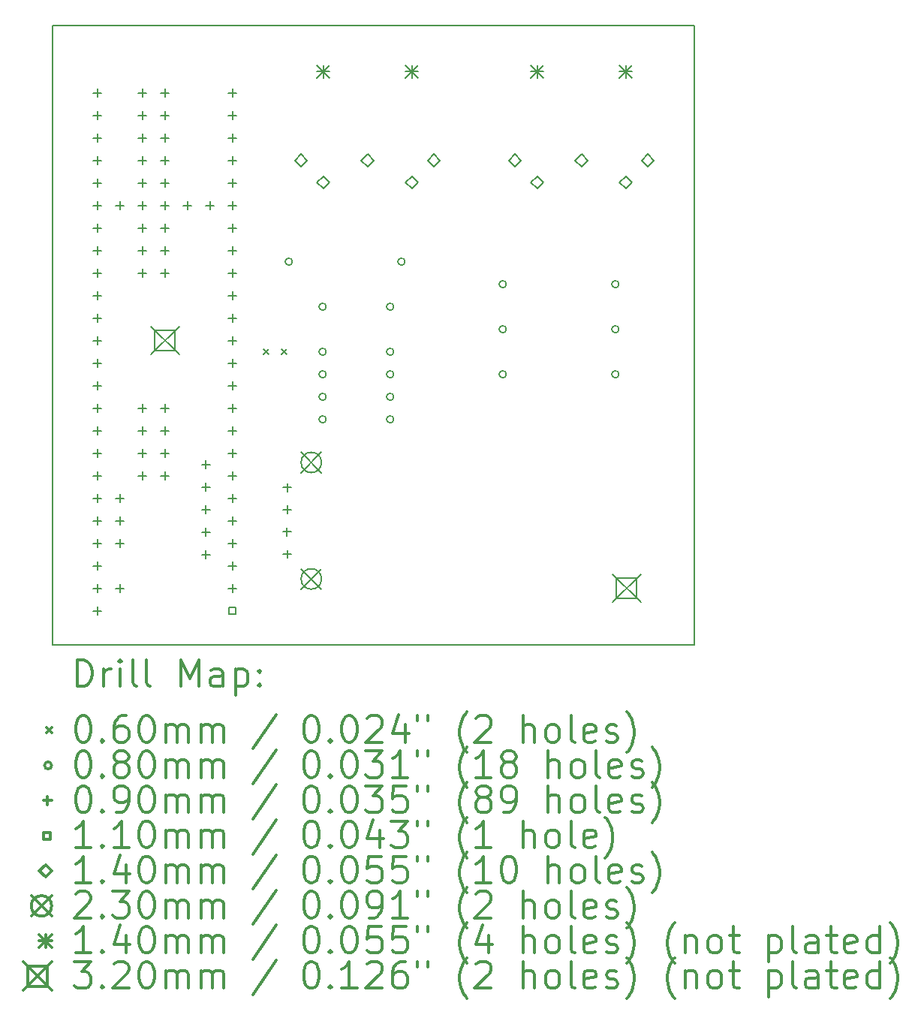
<source format=gbr>
%FSLAX45Y45*%
G04 Gerber Fmt 4.5, Leading zero omitted, Abs format (unit mm)*
G04 Created by KiCad (PCBNEW (5.0.2)-1) date 2019-01-25 3:39:33 PM*
%MOMM*%
%LPD*%
G01*
G04 APERTURE LIST*
%ADD10C,0.150000*%
%ADD11C,0.200000*%
%ADD12C,0.300000*%
G04 APERTURE END LIST*
D10*
X0Y6985000D02*
X0Y0D01*
X0Y6985000D02*
X7239000Y6985000D01*
X7239000Y0D02*
X7239000Y6985000D01*
X0Y0D02*
X7239000Y0D01*
D11*
X2383000Y3332000D02*
X2443000Y3272000D01*
X2443000Y3332000D02*
X2383000Y3272000D01*
X2583000Y3332000D02*
X2643000Y3272000D01*
X2643000Y3332000D02*
X2583000Y3272000D01*
X5120000Y3556000D02*
G75*
G03X5120000Y3556000I-40000J0D01*
G01*
X6390000Y3556000D02*
G75*
G03X6390000Y3556000I-40000J0D01*
G01*
X2707000Y4318000D02*
G75*
G03X2707000Y4318000I-40000J0D01*
G01*
X3977000Y4318000D02*
G75*
G03X3977000Y4318000I-40000J0D01*
G01*
X5120000Y3048000D02*
G75*
G03X5120000Y3048000I-40000J0D01*
G01*
X6390000Y3048000D02*
G75*
G03X6390000Y3048000I-40000J0D01*
G01*
X3088000Y3810000D02*
G75*
G03X3088000Y3810000I-40000J0D01*
G01*
X3850000Y3810000D02*
G75*
G03X3850000Y3810000I-40000J0D01*
G01*
X3088000Y3302000D02*
G75*
G03X3088000Y3302000I-40000J0D01*
G01*
X3088000Y3048000D02*
G75*
G03X3088000Y3048000I-40000J0D01*
G01*
X3088000Y2794000D02*
G75*
G03X3088000Y2794000I-40000J0D01*
G01*
X3088000Y2540000D02*
G75*
G03X3088000Y2540000I-40000J0D01*
G01*
X3850000Y3302000D02*
G75*
G03X3850000Y3302000I-40000J0D01*
G01*
X3850000Y3048000D02*
G75*
G03X3850000Y3048000I-40000J0D01*
G01*
X3850000Y2794000D02*
G75*
G03X3850000Y2794000I-40000J0D01*
G01*
X3850000Y2540000D02*
G75*
G03X3850000Y2540000I-40000J0D01*
G01*
X5120000Y4064000D02*
G75*
G03X5120000Y4064000I-40000J0D01*
G01*
X6390000Y4064000D02*
G75*
G03X6390000Y4064000I-40000J0D01*
G01*
X508000Y6268000D02*
X508000Y6178000D01*
X463000Y6223000D02*
X553000Y6223000D01*
X508000Y6014000D02*
X508000Y5924000D01*
X463000Y5969000D02*
X553000Y5969000D01*
X508000Y5760000D02*
X508000Y5670000D01*
X463000Y5715000D02*
X553000Y5715000D01*
X508000Y5506000D02*
X508000Y5416000D01*
X463000Y5461000D02*
X553000Y5461000D01*
X508000Y5252000D02*
X508000Y5162000D01*
X463000Y5207000D02*
X553000Y5207000D01*
X508000Y4998000D02*
X508000Y4908000D01*
X463000Y4953000D02*
X553000Y4953000D01*
X508000Y4744000D02*
X508000Y4654000D01*
X463000Y4699000D02*
X553000Y4699000D01*
X508000Y4490000D02*
X508000Y4400000D01*
X463000Y4445000D02*
X553000Y4445000D01*
X508000Y4236000D02*
X508000Y4146000D01*
X463000Y4191000D02*
X553000Y4191000D01*
X508000Y3982000D02*
X508000Y3892000D01*
X463000Y3937000D02*
X553000Y3937000D01*
X508000Y3728000D02*
X508000Y3638000D01*
X463000Y3683000D02*
X553000Y3683000D01*
X508000Y3474000D02*
X508000Y3384000D01*
X463000Y3429000D02*
X553000Y3429000D01*
X508000Y3220000D02*
X508000Y3130000D01*
X463000Y3175000D02*
X553000Y3175000D01*
X508000Y2966000D02*
X508000Y2876000D01*
X463000Y2921000D02*
X553000Y2921000D01*
X508000Y2712000D02*
X508000Y2622000D01*
X463000Y2667000D02*
X553000Y2667000D01*
X508000Y2458000D02*
X508000Y2368000D01*
X463000Y2413000D02*
X553000Y2413000D01*
X508000Y2204000D02*
X508000Y2114000D01*
X463000Y2159000D02*
X553000Y2159000D01*
X508000Y1950000D02*
X508000Y1860000D01*
X463000Y1905000D02*
X553000Y1905000D01*
X508000Y1696000D02*
X508000Y1606000D01*
X463000Y1651000D02*
X553000Y1651000D01*
X508000Y1442000D02*
X508000Y1352000D01*
X463000Y1397000D02*
X553000Y1397000D01*
X508000Y1188000D02*
X508000Y1098000D01*
X463000Y1143000D02*
X553000Y1143000D01*
X508000Y934000D02*
X508000Y844000D01*
X463000Y889000D02*
X553000Y889000D01*
X508000Y680000D02*
X508000Y590000D01*
X463000Y635000D02*
X553000Y635000D01*
X508000Y426000D02*
X508000Y336000D01*
X463000Y381000D02*
X553000Y381000D01*
X762000Y4998000D02*
X762000Y4908000D01*
X717000Y4953000D02*
X807000Y4953000D01*
X762000Y1696000D02*
X762000Y1606000D01*
X717000Y1651000D02*
X807000Y1651000D01*
X762000Y1442000D02*
X762000Y1352000D01*
X717000Y1397000D02*
X807000Y1397000D01*
X762000Y1188000D02*
X762000Y1098000D01*
X717000Y1143000D02*
X807000Y1143000D01*
X762000Y680000D02*
X762000Y590000D01*
X717000Y635000D02*
X807000Y635000D01*
X1016000Y6268000D02*
X1016000Y6178000D01*
X971000Y6223000D02*
X1061000Y6223000D01*
X1016000Y6014000D02*
X1016000Y5924000D01*
X971000Y5969000D02*
X1061000Y5969000D01*
X1016000Y5760000D02*
X1016000Y5670000D01*
X971000Y5715000D02*
X1061000Y5715000D01*
X1016000Y5506000D02*
X1016000Y5416000D01*
X971000Y5461000D02*
X1061000Y5461000D01*
X1016000Y5252000D02*
X1016000Y5162000D01*
X971000Y5207000D02*
X1061000Y5207000D01*
X1016000Y4998000D02*
X1016000Y4908000D01*
X971000Y4953000D02*
X1061000Y4953000D01*
X1016000Y4744000D02*
X1016000Y4654000D01*
X971000Y4699000D02*
X1061000Y4699000D01*
X1016000Y4490000D02*
X1016000Y4400000D01*
X971000Y4445000D02*
X1061000Y4445000D01*
X1016000Y4236000D02*
X1016000Y4146000D01*
X971000Y4191000D02*
X1061000Y4191000D01*
X1016000Y2712000D02*
X1016000Y2622000D01*
X971000Y2667000D02*
X1061000Y2667000D01*
X1016000Y2458000D02*
X1016000Y2368000D01*
X971000Y2413000D02*
X1061000Y2413000D01*
X1016000Y2204000D02*
X1016000Y2114000D01*
X971000Y2159000D02*
X1061000Y2159000D01*
X1016000Y1950000D02*
X1016000Y1860000D01*
X971000Y1905000D02*
X1061000Y1905000D01*
X1270000Y6268000D02*
X1270000Y6178000D01*
X1225000Y6223000D02*
X1315000Y6223000D01*
X1270000Y6014000D02*
X1270000Y5924000D01*
X1225000Y5969000D02*
X1315000Y5969000D01*
X1270000Y5760000D02*
X1270000Y5670000D01*
X1225000Y5715000D02*
X1315000Y5715000D01*
X1270000Y5506000D02*
X1270000Y5416000D01*
X1225000Y5461000D02*
X1315000Y5461000D01*
X1270000Y5252000D02*
X1270000Y5162000D01*
X1225000Y5207000D02*
X1315000Y5207000D01*
X1270000Y4998000D02*
X1270000Y4908000D01*
X1225000Y4953000D02*
X1315000Y4953000D01*
X1270000Y4744000D02*
X1270000Y4654000D01*
X1225000Y4699000D02*
X1315000Y4699000D01*
X1270000Y4490000D02*
X1270000Y4400000D01*
X1225000Y4445000D02*
X1315000Y4445000D01*
X1270000Y4236000D02*
X1270000Y4146000D01*
X1225000Y4191000D02*
X1315000Y4191000D01*
X1270000Y2712000D02*
X1270000Y2622000D01*
X1225000Y2667000D02*
X1315000Y2667000D01*
X1270000Y2458000D02*
X1270000Y2368000D01*
X1225000Y2413000D02*
X1315000Y2413000D01*
X1270000Y2204000D02*
X1270000Y2114000D01*
X1225000Y2159000D02*
X1315000Y2159000D01*
X1270000Y1950000D02*
X1270000Y1860000D01*
X1225000Y1905000D02*
X1315000Y1905000D01*
X1524000Y4998000D02*
X1524000Y4908000D01*
X1479000Y4953000D02*
X1569000Y4953000D01*
X1732000Y2077000D02*
X1732000Y1987000D01*
X1687000Y2032000D02*
X1777000Y2032000D01*
X1732000Y1823000D02*
X1732000Y1733000D01*
X1687000Y1778000D02*
X1777000Y1778000D01*
X1732000Y1569000D02*
X1732000Y1479000D01*
X1687000Y1524000D02*
X1777000Y1524000D01*
X1732000Y1315000D02*
X1732000Y1225000D01*
X1687000Y1270000D02*
X1777000Y1270000D01*
X1732000Y1061000D02*
X1732000Y971000D01*
X1687000Y1016000D02*
X1777000Y1016000D01*
X1778000Y4998000D02*
X1778000Y4908000D01*
X1733000Y4953000D02*
X1823000Y4953000D01*
X2032000Y6268000D02*
X2032000Y6178000D01*
X1987000Y6223000D02*
X2077000Y6223000D01*
X2032000Y6014000D02*
X2032000Y5924000D01*
X1987000Y5969000D02*
X2077000Y5969000D01*
X2032000Y5760000D02*
X2032000Y5670000D01*
X1987000Y5715000D02*
X2077000Y5715000D01*
X2032000Y5506000D02*
X2032000Y5416000D01*
X1987000Y5461000D02*
X2077000Y5461000D01*
X2032000Y5252000D02*
X2032000Y5162000D01*
X1987000Y5207000D02*
X2077000Y5207000D01*
X2032000Y4998000D02*
X2032000Y4908000D01*
X1987000Y4953000D02*
X2077000Y4953000D01*
X2032000Y4744000D02*
X2032000Y4654000D01*
X1987000Y4699000D02*
X2077000Y4699000D01*
X2032000Y4490000D02*
X2032000Y4400000D01*
X1987000Y4445000D02*
X2077000Y4445000D01*
X2032000Y4236000D02*
X2032000Y4146000D01*
X1987000Y4191000D02*
X2077000Y4191000D01*
X2032000Y3982000D02*
X2032000Y3892000D01*
X1987000Y3937000D02*
X2077000Y3937000D01*
X2032000Y3728000D02*
X2032000Y3638000D01*
X1987000Y3683000D02*
X2077000Y3683000D01*
X2032000Y3474000D02*
X2032000Y3384000D01*
X1987000Y3429000D02*
X2077000Y3429000D01*
X2032000Y3220000D02*
X2032000Y3130000D01*
X1987000Y3175000D02*
X2077000Y3175000D01*
X2032000Y2966000D02*
X2032000Y2876000D01*
X1987000Y2921000D02*
X2077000Y2921000D01*
X2032000Y2712000D02*
X2032000Y2622000D01*
X1987000Y2667000D02*
X2077000Y2667000D01*
X2032000Y2458000D02*
X2032000Y2368000D01*
X1987000Y2413000D02*
X2077000Y2413000D01*
X2032000Y2204000D02*
X2032000Y2114000D01*
X1987000Y2159000D02*
X2077000Y2159000D01*
X2032000Y1950000D02*
X2032000Y1860000D01*
X1987000Y1905000D02*
X2077000Y1905000D01*
X2032000Y1696000D02*
X2032000Y1606000D01*
X1987000Y1651000D02*
X2077000Y1651000D01*
X2032000Y1442000D02*
X2032000Y1352000D01*
X1987000Y1397000D02*
X2077000Y1397000D01*
X2032000Y1188000D02*
X2032000Y1098000D01*
X1987000Y1143000D02*
X2077000Y1143000D01*
X2032000Y934000D02*
X2032000Y844000D01*
X1987000Y889000D02*
X2077000Y889000D01*
X2032000Y680000D02*
X2032000Y590000D01*
X1987000Y635000D02*
X2077000Y635000D01*
X2648500Y1317000D02*
X2648500Y1227000D01*
X2603500Y1272000D02*
X2693500Y1272000D01*
X2650000Y1817000D02*
X2650000Y1727000D01*
X2605000Y1772000D02*
X2695000Y1772000D01*
X2650000Y1067000D02*
X2650000Y977000D01*
X2605000Y1022000D02*
X2695000Y1022000D01*
X2651000Y1567000D02*
X2651000Y1477000D01*
X2606000Y1522000D02*
X2696000Y1522000D01*
X2070891Y342109D02*
X2070891Y419891D01*
X1993109Y419891D01*
X1993109Y342109D01*
X2070891Y342109D01*
X2806192Y5391404D02*
X2876042Y5461254D01*
X2806192Y5531104D01*
X2736342Y5461254D01*
X2806192Y5391404D01*
X3056382Y5141214D02*
X3126232Y5211064D01*
X3056382Y5280914D01*
X2986532Y5211064D01*
X3056382Y5141214D01*
X3556000Y5391150D02*
X3625850Y5461000D01*
X3556000Y5530850D01*
X3486150Y5461000D01*
X3556000Y5391150D01*
X4055618Y5141214D02*
X4125468Y5211064D01*
X4055618Y5280914D01*
X3985768Y5211064D01*
X4055618Y5141214D01*
X4305808Y5391404D02*
X4375658Y5461254D01*
X4305808Y5531104D01*
X4235958Y5461254D01*
X4305808Y5391404D01*
X5219192Y5391404D02*
X5289042Y5461254D01*
X5219192Y5531104D01*
X5149342Y5461254D01*
X5219192Y5391404D01*
X5469382Y5141214D02*
X5539232Y5211064D01*
X5469382Y5280914D01*
X5399532Y5211064D01*
X5469382Y5141214D01*
X5969000Y5391150D02*
X6038850Y5461000D01*
X5969000Y5530850D01*
X5899150Y5461000D01*
X5969000Y5391150D01*
X6468618Y5141214D02*
X6538468Y5211064D01*
X6468618Y5280914D01*
X6398768Y5211064D01*
X6468618Y5141214D01*
X6718808Y5391404D02*
X6788658Y5461254D01*
X6718808Y5531104D01*
X6648958Y5461254D01*
X6718808Y5391404D01*
X2806000Y2169000D02*
X3036000Y1939000D01*
X3036000Y2169000D02*
X2806000Y1939000D01*
X3036000Y2054000D02*
G75*
G03X3036000Y2054000I-115000J0D01*
G01*
X2806000Y855000D02*
X3036000Y625000D01*
X3036000Y855000D02*
X2806000Y625000D01*
X3036000Y740000D02*
G75*
G03X3036000Y740000I-115000J0D01*
G01*
X2986024Y6530594D02*
X3125724Y6390894D01*
X3125724Y6530594D02*
X2986024Y6390894D01*
X3055874Y6530594D02*
X3055874Y6390894D01*
X2986024Y6460744D02*
X3125724Y6460744D01*
X3986276Y6530594D02*
X4125976Y6390894D01*
X4125976Y6530594D02*
X3986276Y6390894D01*
X4056126Y6530594D02*
X4056126Y6390894D01*
X3986276Y6460744D02*
X4125976Y6460744D01*
X5399024Y6530594D02*
X5538724Y6390894D01*
X5538724Y6530594D02*
X5399024Y6390894D01*
X5468874Y6530594D02*
X5468874Y6390894D01*
X5399024Y6460744D02*
X5538724Y6460744D01*
X6399276Y6530594D02*
X6538976Y6390894D01*
X6538976Y6530594D02*
X6399276Y6390894D01*
X6469126Y6530594D02*
X6469126Y6390894D01*
X6399276Y6460744D02*
X6538976Y6460744D01*
X6317000Y795000D02*
X6637000Y475000D01*
X6637000Y795000D02*
X6317000Y475000D01*
X6590138Y521862D02*
X6590138Y748138D01*
X6363862Y748138D01*
X6363862Y521862D01*
X6590138Y521862D01*
X1110000Y3589000D02*
X1430000Y3269000D01*
X1430000Y3589000D02*
X1110000Y3269000D01*
X1383138Y3315862D02*
X1383138Y3542138D01*
X1156862Y3542138D01*
X1156862Y3315862D01*
X1383138Y3315862D01*
D12*
X278928Y-473214D02*
X278928Y-173214D01*
X350357Y-173214D01*
X393214Y-187500D01*
X421786Y-216071D01*
X436071Y-244643D01*
X450357Y-301786D01*
X450357Y-344643D01*
X436071Y-401786D01*
X421786Y-430357D01*
X393214Y-458929D01*
X350357Y-473214D01*
X278928Y-473214D01*
X578928Y-473214D02*
X578928Y-273214D01*
X578928Y-330357D02*
X593214Y-301786D01*
X607500Y-287500D01*
X636071Y-273214D01*
X664643Y-273214D01*
X764643Y-473214D02*
X764643Y-273214D01*
X764643Y-173214D02*
X750357Y-187500D01*
X764643Y-201786D01*
X778928Y-187500D01*
X764643Y-173214D01*
X764643Y-201786D01*
X950357Y-473214D02*
X921786Y-458929D01*
X907500Y-430357D01*
X907500Y-173214D01*
X1107500Y-473214D02*
X1078928Y-458929D01*
X1064643Y-430357D01*
X1064643Y-173214D01*
X1450357Y-473214D02*
X1450357Y-173214D01*
X1550357Y-387500D01*
X1650357Y-173214D01*
X1650357Y-473214D01*
X1921786Y-473214D02*
X1921786Y-316072D01*
X1907500Y-287500D01*
X1878928Y-273214D01*
X1821786Y-273214D01*
X1793214Y-287500D01*
X1921786Y-458929D02*
X1893214Y-473214D01*
X1821786Y-473214D01*
X1793214Y-458929D01*
X1778928Y-430357D01*
X1778928Y-401786D01*
X1793214Y-373214D01*
X1821786Y-358929D01*
X1893214Y-358929D01*
X1921786Y-344643D01*
X2064643Y-273214D02*
X2064643Y-573214D01*
X2064643Y-287500D02*
X2093214Y-273214D01*
X2150357Y-273214D01*
X2178928Y-287500D01*
X2193214Y-301786D01*
X2207500Y-330357D01*
X2207500Y-416071D01*
X2193214Y-444643D01*
X2178928Y-458929D01*
X2150357Y-473214D01*
X2093214Y-473214D01*
X2064643Y-458929D01*
X2336071Y-444643D02*
X2350357Y-458929D01*
X2336071Y-473214D01*
X2321786Y-458929D01*
X2336071Y-444643D01*
X2336071Y-473214D01*
X2336071Y-287500D02*
X2350357Y-301786D01*
X2336071Y-316072D01*
X2321786Y-301786D01*
X2336071Y-287500D01*
X2336071Y-316072D01*
X-67500Y-937500D02*
X-7500Y-997500D01*
X-7500Y-937500D02*
X-67500Y-997500D01*
X336071Y-803214D02*
X364643Y-803214D01*
X393214Y-817500D01*
X407500Y-831786D01*
X421786Y-860357D01*
X436071Y-917500D01*
X436071Y-988929D01*
X421786Y-1046071D01*
X407500Y-1074643D01*
X393214Y-1088929D01*
X364643Y-1103214D01*
X336071Y-1103214D01*
X307500Y-1088929D01*
X293214Y-1074643D01*
X278928Y-1046071D01*
X264643Y-988929D01*
X264643Y-917500D01*
X278928Y-860357D01*
X293214Y-831786D01*
X307500Y-817500D01*
X336071Y-803214D01*
X564643Y-1074643D02*
X578928Y-1088929D01*
X564643Y-1103214D01*
X550357Y-1088929D01*
X564643Y-1074643D01*
X564643Y-1103214D01*
X836071Y-803214D02*
X778928Y-803214D01*
X750357Y-817500D01*
X736071Y-831786D01*
X707500Y-874643D01*
X693214Y-931786D01*
X693214Y-1046071D01*
X707500Y-1074643D01*
X721786Y-1088929D01*
X750357Y-1103214D01*
X807500Y-1103214D01*
X836071Y-1088929D01*
X850357Y-1074643D01*
X864643Y-1046071D01*
X864643Y-974643D01*
X850357Y-946071D01*
X836071Y-931786D01*
X807500Y-917500D01*
X750357Y-917500D01*
X721786Y-931786D01*
X707500Y-946071D01*
X693214Y-974643D01*
X1050357Y-803214D02*
X1078928Y-803214D01*
X1107500Y-817500D01*
X1121786Y-831786D01*
X1136071Y-860357D01*
X1150357Y-917500D01*
X1150357Y-988929D01*
X1136071Y-1046071D01*
X1121786Y-1074643D01*
X1107500Y-1088929D01*
X1078928Y-1103214D01*
X1050357Y-1103214D01*
X1021786Y-1088929D01*
X1007500Y-1074643D01*
X993214Y-1046071D01*
X978928Y-988929D01*
X978928Y-917500D01*
X993214Y-860357D01*
X1007500Y-831786D01*
X1021786Y-817500D01*
X1050357Y-803214D01*
X1278928Y-1103214D02*
X1278928Y-903214D01*
X1278928Y-931786D02*
X1293214Y-917500D01*
X1321786Y-903214D01*
X1364643Y-903214D01*
X1393214Y-917500D01*
X1407500Y-946071D01*
X1407500Y-1103214D01*
X1407500Y-946071D02*
X1421786Y-917500D01*
X1450357Y-903214D01*
X1493214Y-903214D01*
X1521786Y-917500D01*
X1536071Y-946071D01*
X1536071Y-1103214D01*
X1678928Y-1103214D02*
X1678928Y-903214D01*
X1678928Y-931786D02*
X1693214Y-917500D01*
X1721786Y-903214D01*
X1764643Y-903214D01*
X1793214Y-917500D01*
X1807500Y-946071D01*
X1807500Y-1103214D01*
X1807500Y-946071D02*
X1821786Y-917500D01*
X1850357Y-903214D01*
X1893214Y-903214D01*
X1921786Y-917500D01*
X1936071Y-946071D01*
X1936071Y-1103214D01*
X2521786Y-788929D02*
X2264643Y-1174643D01*
X2907500Y-803214D02*
X2936071Y-803214D01*
X2964643Y-817500D01*
X2978928Y-831786D01*
X2993214Y-860357D01*
X3007500Y-917500D01*
X3007500Y-988929D01*
X2993214Y-1046071D01*
X2978928Y-1074643D01*
X2964643Y-1088929D01*
X2936071Y-1103214D01*
X2907500Y-1103214D01*
X2878928Y-1088929D01*
X2864643Y-1074643D01*
X2850357Y-1046071D01*
X2836071Y-988929D01*
X2836071Y-917500D01*
X2850357Y-860357D01*
X2864643Y-831786D01*
X2878928Y-817500D01*
X2907500Y-803214D01*
X3136071Y-1074643D02*
X3150357Y-1088929D01*
X3136071Y-1103214D01*
X3121786Y-1088929D01*
X3136071Y-1074643D01*
X3136071Y-1103214D01*
X3336071Y-803214D02*
X3364643Y-803214D01*
X3393214Y-817500D01*
X3407500Y-831786D01*
X3421786Y-860357D01*
X3436071Y-917500D01*
X3436071Y-988929D01*
X3421786Y-1046071D01*
X3407500Y-1074643D01*
X3393214Y-1088929D01*
X3364643Y-1103214D01*
X3336071Y-1103214D01*
X3307500Y-1088929D01*
X3293214Y-1074643D01*
X3278928Y-1046071D01*
X3264643Y-988929D01*
X3264643Y-917500D01*
X3278928Y-860357D01*
X3293214Y-831786D01*
X3307500Y-817500D01*
X3336071Y-803214D01*
X3550357Y-831786D02*
X3564643Y-817500D01*
X3593214Y-803214D01*
X3664643Y-803214D01*
X3693214Y-817500D01*
X3707500Y-831786D01*
X3721786Y-860357D01*
X3721786Y-888929D01*
X3707500Y-931786D01*
X3536071Y-1103214D01*
X3721786Y-1103214D01*
X3978928Y-903214D02*
X3978928Y-1103214D01*
X3907500Y-788929D02*
X3836071Y-1003214D01*
X4021786Y-1003214D01*
X4121786Y-803214D02*
X4121786Y-860357D01*
X4236071Y-803214D02*
X4236071Y-860357D01*
X4678928Y-1217500D02*
X4664643Y-1203214D01*
X4636071Y-1160357D01*
X4621786Y-1131786D01*
X4607500Y-1088929D01*
X4593214Y-1017500D01*
X4593214Y-960357D01*
X4607500Y-888929D01*
X4621786Y-846071D01*
X4636071Y-817500D01*
X4664643Y-774643D01*
X4678928Y-760357D01*
X4778928Y-831786D02*
X4793214Y-817500D01*
X4821786Y-803214D01*
X4893214Y-803214D01*
X4921786Y-817500D01*
X4936071Y-831786D01*
X4950357Y-860357D01*
X4950357Y-888929D01*
X4936071Y-931786D01*
X4764643Y-1103214D01*
X4950357Y-1103214D01*
X5307500Y-1103214D02*
X5307500Y-803214D01*
X5436071Y-1103214D02*
X5436071Y-946071D01*
X5421786Y-917500D01*
X5393214Y-903214D01*
X5350357Y-903214D01*
X5321786Y-917500D01*
X5307500Y-931786D01*
X5621786Y-1103214D02*
X5593214Y-1088929D01*
X5578928Y-1074643D01*
X5564643Y-1046071D01*
X5564643Y-960357D01*
X5578928Y-931786D01*
X5593214Y-917500D01*
X5621786Y-903214D01*
X5664643Y-903214D01*
X5693214Y-917500D01*
X5707500Y-931786D01*
X5721786Y-960357D01*
X5721786Y-1046071D01*
X5707500Y-1074643D01*
X5693214Y-1088929D01*
X5664643Y-1103214D01*
X5621786Y-1103214D01*
X5893214Y-1103214D02*
X5864643Y-1088929D01*
X5850357Y-1060357D01*
X5850357Y-803214D01*
X6121786Y-1088929D02*
X6093214Y-1103214D01*
X6036071Y-1103214D01*
X6007500Y-1088929D01*
X5993214Y-1060357D01*
X5993214Y-946071D01*
X6007500Y-917500D01*
X6036071Y-903214D01*
X6093214Y-903214D01*
X6121786Y-917500D01*
X6136071Y-946071D01*
X6136071Y-974643D01*
X5993214Y-1003214D01*
X6250357Y-1088929D02*
X6278928Y-1103214D01*
X6336071Y-1103214D01*
X6364643Y-1088929D01*
X6378928Y-1060357D01*
X6378928Y-1046071D01*
X6364643Y-1017500D01*
X6336071Y-1003214D01*
X6293214Y-1003214D01*
X6264643Y-988929D01*
X6250357Y-960357D01*
X6250357Y-946071D01*
X6264643Y-917500D01*
X6293214Y-903214D01*
X6336071Y-903214D01*
X6364643Y-917500D01*
X6478928Y-1217500D02*
X6493214Y-1203214D01*
X6521786Y-1160357D01*
X6536071Y-1131786D01*
X6550357Y-1088929D01*
X6564643Y-1017500D01*
X6564643Y-960357D01*
X6550357Y-888929D01*
X6536071Y-846071D01*
X6521786Y-817500D01*
X6493214Y-774643D01*
X6478928Y-760357D01*
X-7500Y-1363500D02*
G75*
G03X-7500Y-1363500I-40000J0D01*
G01*
X336071Y-1199214D02*
X364643Y-1199214D01*
X393214Y-1213500D01*
X407500Y-1227786D01*
X421786Y-1256357D01*
X436071Y-1313500D01*
X436071Y-1384929D01*
X421786Y-1442071D01*
X407500Y-1470643D01*
X393214Y-1484929D01*
X364643Y-1499214D01*
X336071Y-1499214D01*
X307500Y-1484929D01*
X293214Y-1470643D01*
X278928Y-1442071D01*
X264643Y-1384929D01*
X264643Y-1313500D01*
X278928Y-1256357D01*
X293214Y-1227786D01*
X307500Y-1213500D01*
X336071Y-1199214D01*
X564643Y-1470643D02*
X578928Y-1484929D01*
X564643Y-1499214D01*
X550357Y-1484929D01*
X564643Y-1470643D01*
X564643Y-1499214D01*
X750357Y-1327786D02*
X721786Y-1313500D01*
X707500Y-1299214D01*
X693214Y-1270643D01*
X693214Y-1256357D01*
X707500Y-1227786D01*
X721786Y-1213500D01*
X750357Y-1199214D01*
X807500Y-1199214D01*
X836071Y-1213500D01*
X850357Y-1227786D01*
X864643Y-1256357D01*
X864643Y-1270643D01*
X850357Y-1299214D01*
X836071Y-1313500D01*
X807500Y-1327786D01*
X750357Y-1327786D01*
X721786Y-1342072D01*
X707500Y-1356357D01*
X693214Y-1384929D01*
X693214Y-1442071D01*
X707500Y-1470643D01*
X721786Y-1484929D01*
X750357Y-1499214D01*
X807500Y-1499214D01*
X836071Y-1484929D01*
X850357Y-1470643D01*
X864643Y-1442071D01*
X864643Y-1384929D01*
X850357Y-1356357D01*
X836071Y-1342072D01*
X807500Y-1327786D01*
X1050357Y-1199214D02*
X1078928Y-1199214D01*
X1107500Y-1213500D01*
X1121786Y-1227786D01*
X1136071Y-1256357D01*
X1150357Y-1313500D01*
X1150357Y-1384929D01*
X1136071Y-1442071D01*
X1121786Y-1470643D01*
X1107500Y-1484929D01*
X1078928Y-1499214D01*
X1050357Y-1499214D01*
X1021786Y-1484929D01*
X1007500Y-1470643D01*
X993214Y-1442071D01*
X978928Y-1384929D01*
X978928Y-1313500D01*
X993214Y-1256357D01*
X1007500Y-1227786D01*
X1021786Y-1213500D01*
X1050357Y-1199214D01*
X1278928Y-1499214D02*
X1278928Y-1299214D01*
X1278928Y-1327786D02*
X1293214Y-1313500D01*
X1321786Y-1299214D01*
X1364643Y-1299214D01*
X1393214Y-1313500D01*
X1407500Y-1342072D01*
X1407500Y-1499214D01*
X1407500Y-1342072D02*
X1421786Y-1313500D01*
X1450357Y-1299214D01*
X1493214Y-1299214D01*
X1521786Y-1313500D01*
X1536071Y-1342072D01*
X1536071Y-1499214D01*
X1678928Y-1499214D02*
X1678928Y-1299214D01*
X1678928Y-1327786D02*
X1693214Y-1313500D01*
X1721786Y-1299214D01*
X1764643Y-1299214D01*
X1793214Y-1313500D01*
X1807500Y-1342072D01*
X1807500Y-1499214D01*
X1807500Y-1342072D02*
X1821786Y-1313500D01*
X1850357Y-1299214D01*
X1893214Y-1299214D01*
X1921786Y-1313500D01*
X1936071Y-1342072D01*
X1936071Y-1499214D01*
X2521786Y-1184929D02*
X2264643Y-1570643D01*
X2907500Y-1199214D02*
X2936071Y-1199214D01*
X2964643Y-1213500D01*
X2978928Y-1227786D01*
X2993214Y-1256357D01*
X3007500Y-1313500D01*
X3007500Y-1384929D01*
X2993214Y-1442071D01*
X2978928Y-1470643D01*
X2964643Y-1484929D01*
X2936071Y-1499214D01*
X2907500Y-1499214D01*
X2878928Y-1484929D01*
X2864643Y-1470643D01*
X2850357Y-1442071D01*
X2836071Y-1384929D01*
X2836071Y-1313500D01*
X2850357Y-1256357D01*
X2864643Y-1227786D01*
X2878928Y-1213500D01*
X2907500Y-1199214D01*
X3136071Y-1470643D02*
X3150357Y-1484929D01*
X3136071Y-1499214D01*
X3121786Y-1484929D01*
X3136071Y-1470643D01*
X3136071Y-1499214D01*
X3336071Y-1199214D02*
X3364643Y-1199214D01*
X3393214Y-1213500D01*
X3407500Y-1227786D01*
X3421786Y-1256357D01*
X3436071Y-1313500D01*
X3436071Y-1384929D01*
X3421786Y-1442071D01*
X3407500Y-1470643D01*
X3393214Y-1484929D01*
X3364643Y-1499214D01*
X3336071Y-1499214D01*
X3307500Y-1484929D01*
X3293214Y-1470643D01*
X3278928Y-1442071D01*
X3264643Y-1384929D01*
X3264643Y-1313500D01*
X3278928Y-1256357D01*
X3293214Y-1227786D01*
X3307500Y-1213500D01*
X3336071Y-1199214D01*
X3536071Y-1199214D02*
X3721786Y-1199214D01*
X3621786Y-1313500D01*
X3664643Y-1313500D01*
X3693214Y-1327786D01*
X3707500Y-1342072D01*
X3721786Y-1370643D01*
X3721786Y-1442071D01*
X3707500Y-1470643D01*
X3693214Y-1484929D01*
X3664643Y-1499214D01*
X3578928Y-1499214D01*
X3550357Y-1484929D01*
X3536071Y-1470643D01*
X4007500Y-1499214D02*
X3836071Y-1499214D01*
X3921786Y-1499214D02*
X3921786Y-1199214D01*
X3893214Y-1242072D01*
X3864643Y-1270643D01*
X3836071Y-1284929D01*
X4121786Y-1199214D02*
X4121786Y-1256357D01*
X4236071Y-1199214D02*
X4236071Y-1256357D01*
X4678928Y-1613500D02*
X4664643Y-1599214D01*
X4636071Y-1556357D01*
X4621786Y-1527786D01*
X4607500Y-1484929D01*
X4593214Y-1413500D01*
X4593214Y-1356357D01*
X4607500Y-1284929D01*
X4621786Y-1242072D01*
X4636071Y-1213500D01*
X4664643Y-1170643D01*
X4678928Y-1156357D01*
X4950357Y-1499214D02*
X4778928Y-1499214D01*
X4864643Y-1499214D02*
X4864643Y-1199214D01*
X4836071Y-1242072D01*
X4807500Y-1270643D01*
X4778928Y-1284929D01*
X5121786Y-1327786D02*
X5093214Y-1313500D01*
X5078928Y-1299214D01*
X5064643Y-1270643D01*
X5064643Y-1256357D01*
X5078928Y-1227786D01*
X5093214Y-1213500D01*
X5121786Y-1199214D01*
X5178928Y-1199214D01*
X5207500Y-1213500D01*
X5221786Y-1227786D01*
X5236071Y-1256357D01*
X5236071Y-1270643D01*
X5221786Y-1299214D01*
X5207500Y-1313500D01*
X5178928Y-1327786D01*
X5121786Y-1327786D01*
X5093214Y-1342072D01*
X5078928Y-1356357D01*
X5064643Y-1384929D01*
X5064643Y-1442071D01*
X5078928Y-1470643D01*
X5093214Y-1484929D01*
X5121786Y-1499214D01*
X5178928Y-1499214D01*
X5207500Y-1484929D01*
X5221786Y-1470643D01*
X5236071Y-1442071D01*
X5236071Y-1384929D01*
X5221786Y-1356357D01*
X5207500Y-1342072D01*
X5178928Y-1327786D01*
X5593214Y-1499214D02*
X5593214Y-1199214D01*
X5721786Y-1499214D02*
X5721786Y-1342072D01*
X5707500Y-1313500D01*
X5678928Y-1299214D01*
X5636071Y-1299214D01*
X5607500Y-1313500D01*
X5593214Y-1327786D01*
X5907500Y-1499214D02*
X5878928Y-1484929D01*
X5864643Y-1470643D01*
X5850357Y-1442071D01*
X5850357Y-1356357D01*
X5864643Y-1327786D01*
X5878928Y-1313500D01*
X5907500Y-1299214D01*
X5950357Y-1299214D01*
X5978928Y-1313500D01*
X5993214Y-1327786D01*
X6007500Y-1356357D01*
X6007500Y-1442071D01*
X5993214Y-1470643D01*
X5978928Y-1484929D01*
X5950357Y-1499214D01*
X5907500Y-1499214D01*
X6178928Y-1499214D02*
X6150357Y-1484929D01*
X6136071Y-1456357D01*
X6136071Y-1199214D01*
X6407500Y-1484929D02*
X6378928Y-1499214D01*
X6321786Y-1499214D01*
X6293214Y-1484929D01*
X6278928Y-1456357D01*
X6278928Y-1342072D01*
X6293214Y-1313500D01*
X6321786Y-1299214D01*
X6378928Y-1299214D01*
X6407500Y-1313500D01*
X6421786Y-1342072D01*
X6421786Y-1370643D01*
X6278928Y-1399214D01*
X6536071Y-1484929D02*
X6564643Y-1499214D01*
X6621786Y-1499214D01*
X6650357Y-1484929D01*
X6664643Y-1456357D01*
X6664643Y-1442071D01*
X6650357Y-1413500D01*
X6621786Y-1399214D01*
X6578928Y-1399214D01*
X6550357Y-1384929D01*
X6536071Y-1356357D01*
X6536071Y-1342072D01*
X6550357Y-1313500D01*
X6578928Y-1299214D01*
X6621786Y-1299214D01*
X6650357Y-1313500D01*
X6764643Y-1613500D02*
X6778928Y-1599214D01*
X6807500Y-1556357D01*
X6821786Y-1527786D01*
X6836071Y-1484929D01*
X6850357Y-1413500D01*
X6850357Y-1356357D01*
X6836071Y-1284929D01*
X6821786Y-1242072D01*
X6807500Y-1213500D01*
X6778928Y-1170643D01*
X6764643Y-1156357D01*
X-52500Y-1714500D02*
X-52500Y-1804500D01*
X-97500Y-1759500D02*
X-7500Y-1759500D01*
X336071Y-1595214D02*
X364643Y-1595214D01*
X393214Y-1609500D01*
X407500Y-1623786D01*
X421786Y-1652357D01*
X436071Y-1709500D01*
X436071Y-1780929D01*
X421786Y-1838071D01*
X407500Y-1866643D01*
X393214Y-1880929D01*
X364643Y-1895214D01*
X336071Y-1895214D01*
X307500Y-1880929D01*
X293214Y-1866643D01*
X278928Y-1838071D01*
X264643Y-1780929D01*
X264643Y-1709500D01*
X278928Y-1652357D01*
X293214Y-1623786D01*
X307500Y-1609500D01*
X336071Y-1595214D01*
X564643Y-1866643D02*
X578928Y-1880929D01*
X564643Y-1895214D01*
X550357Y-1880929D01*
X564643Y-1866643D01*
X564643Y-1895214D01*
X721786Y-1895214D02*
X778928Y-1895214D01*
X807500Y-1880929D01*
X821786Y-1866643D01*
X850357Y-1823786D01*
X864643Y-1766643D01*
X864643Y-1652357D01*
X850357Y-1623786D01*
X836071Y-1609500D01*
X807500Y-1595214D01*
X750357Y-1595214D01*
X721786Y-1609500D01*
X707500Y-1623786D01*
X693214Y-1652357D01*
X693214Y-1723786D01*
X707500Y-1752357D01*
X721786Y-1766643D01*
X750357Y-1780929D01*
X807500Y-1780929D01*
X836071Y-1766643D01*
X850357Y-1752357D01*
X864643Y-1723786D01*
X1050357Y-1595214D02*
X1078928Y-1595214D01*
X1107500Y-1609500D01*
X1121786Y-1623786D01*
X1136071Y-1652357D01*
X1150357Y-1709500D01*
X1150357Y-1780929D01*
X1136071Y-1838071D01*
X1121786Y-1866643D01*
X1107500Y-1880929D01*
X1078928Y-1895214D01*
X1050357Y-1895214D01*
X1021786Y-1880929D01*
X1007500Y-1866643D01*
X993214Y-1838071D01*
X978928Y-1780929D01*
X978928Y-1709500D01*
X993214Y-1652357D01*
X1007500Y-1623786D01*
X1021786Y-1609500D01*
X1050357Y-1595214D01*
X1278928Y-1895214D02*
X1278928Y-1695214D01*
X1278928Y-1723786D02*
X1293214Y-1709500D01*
X1321786Y-1695214D01*
X1364643Y-1695214D01*
X1393214Y-1709500D01*
X1407500Y-1738071D01*
X1407500Y-1895214D01*
X1407500Y-1738071D02*
X1421786Y-1709500D01*
X1450357Y-1695214D01*
X1493214Y-1695214D01*
X1521786Y-1709500D01*
X1536071Y-1738071D01*
X1536071Y-1895214D01*
X1678928Y-1895214D02*
X1678928Y-1695214D01*
X1678928Y-1723786D02*
X1693214Y-1709500D01*
X1721786Y-1695214D01*
X1764643Y-1695214D01*
X1793214Y-1709500D01*
X1807500Y-1738071D01*
X1807500Y-1895214D01*
X1807500Y-1738071D02*
X1821786Y-1709500D01*
X1850357Y-1695214D01*
X1893214Y-1695214D01*
X1921786Y-1709500D01*
X1936071Y-1738071D01*
X1936071Y-1895214D01*
X2521786Y-1580929D02*
X2264643Y-1966643D01*
X2907500Y-1595214D02*
X2936071Y-1595214D01*
X2964643Y-1609500D01*
X2978928Y-1623786D01*
X2993214Y-1652357D01*
X3007500Y-1709500D01*
X3007500Y-1780929D01*
X2993214Y-1838071D01*
X2978928Y-1866643D01*
X2964643Y-1880929D01*
X2936071Y-1895214D01*
X2907500Y-1895214D01*
X2878928Y-1880929D01*
X2864643Y-1866643D01*
X2850357Y-1838071D01*
X2836071Y-1780929D01*
X2836071Y-1709500D01*
X2850357Y-1652357D01*
X2864643Y-1623786D01*
X2878928Y-1609500D01*
X2907500Y-1595214D01*
X3136071Y-1866643D02*
X3150357Y-1880929D01*
X3136071Y-1895214D01*
X3121786Y-1880929D01*
X3136071Y-1866643D01*
X3136071Y-1895214D01*
X3336071Y-1595214D02*
X3364643Y-1595214D01*
X3393214Y-1609500D01*
X3407500Y-1623786D01*
X3421786Y-1652357D01*
X3436071Y-1709500D01*
X3436071Y-1780929D01*
X3421786Y-1838071D01*
X3407500Y-1866643D01*
X3393214Y-1880929D01*
X3364643Y-1895214D01*
X3336071Y-1895214D01*
X3307500Y-1880929D01*
X3293214Y-1866643D01*
X3278928Y-1838071D01*
X3264643Y-1780929D01*
X3264643Y-1709500D01*
X3278928Y-1652357D01*
X3293214Y-1623786D01*
X3307500Y-1609500D01*
X3336071Y-1595214D01*
X3536071Y-1595214D02*
X3721786Y-1595214D01*
X3621786Y-1709500D01*
X3664643Y-1709500D01*
X3693214Y-1723786D01*
X3707500Y-1738071D01*
X3721786Y-1766643D01*
X3721786Y-1838071D01*
X3707500Y-1866643D01*
X3693214Y-1880929D01*
X3664643Y-1895214D01*
X3578928Y-1895214D01*
X3550357Y-1880929D01*
X3536071Y-1866643D01*
X3993214Y-1595214D02*
X3850357Y-1595214D01*
X3836071Y-1738071D01*
X3850357Y-1723786D01*
X3878928Y-1709500D01*
X3950357Y-1709500D01*
X3978928Y-1723786D01*
X3993214Y-1738071D01*
X4007500Y-1766643D01*
X4007500Y-1838071D01*
X3993214Y-1866643D01*
X3978928Y-1880929D01*
X3950357Y-1895214D01*
X3878928Y-1895214D01*
X3850357Y-1880929D01*
X3836071Y-1866643D01*
X4121786Y-1595214D02*
X4121786Y-1652357D01*
X4236071Y-1595214D02*
X4236071Y-1652357D01*
X4678928Y-2009500D02*
X4664643Y-1995214D01*
X4636071Y-1952357D01*
X4621786Y-1923786D01*
X4607500Y-1880929D01*
X4593214Y-1809500D01*
X4593214Y-1752357D01*
X4607500Y-1680929D01*
X4621786Y-1638071D01*
X4636071Y-1609500D01*
X4664643Y-1566643D01*
X4678928Y-1552357D01*
X4836071Y-1723786D02*
X4807500Y-1709500D01*
X4793214Y-1695214D01*
X4778928Y-1666643D01*
X4778928Y-1652357D01*
X4793214Y-1623786D01*
X4807500Y-1609500D01*
X4836071Y-1595214D01*
X4893214Y-1595214D01*
X4921786Y-1609500D01*
X4936071Y-1623786D01*
X4950357Y-1652357D01*
X4950357Y-1666643D01*
X4936071Y-1695214D01*
X4921786Y-1709500D01*
X4893214Y-1723786D01*
X4836071Y-1723786D01*
X4807500Y-1738071D01*
X4793214Y-1752357D01*
X4778928Y-1780929D01*
X4778928Y-1838071D01*
X4793214Y-1866643D01*
X4807500Y-1880929D01*
X4836071Y-1895214D01*
X4893214Y-1895214D01*
X4921786Y-1880929D01*
X4936071Y-1866643D01*
X4950357Y-1838071D01*
X4950357Y-1780929D01*
X4936071Y-1752357D01*
X4921786Y-1738071D01*
X4893214Y-1723786D01*
X5093214Y-1895214D02*
X5150357Y-1895214D01*
X5178928Y-1880929D01*
X5193214Y-1866643D01*
X5221786Y-1823786D01*
X5236071Y-1766643D01*
X5236071Y-1652357D01*
X5221786Y-1623786D01*
X5207500Y-1609500D01*
X5178928Y-1595214D01*
X5121786Y-1595214D01*
X5093214Y-1609500D01*
X5078928Y-1623786D01*
X5064643Y-1652357D01*
X5064643Y-1723786D01*
X5078928Y-1752357D01*
X5093214Y-1766643D01*
X5121786Y-1780929D01*
X5178928Y-1780929D01*
X5207500Y-1766643D01*
X5221786Y-1752357D01*
X5236071Y-1723786D01*
X5593214Y-1895214D02*
X5593214Y-1595214D01*
X5721786Y-1895214D02*
X5721786Y-1738071D01*
X5707500Y-1709500D01*
X5678928Y-1695214D01*
X5636071Y-1695214D01*
X5607500Y-1709500D01*
X5593214Y-1723786D01*
X5907500Y-1895214D02*
X5878928Y-1880929D01*
X5864643Y-1866643D01*
X5850357Y-1838071D01*
X5850357Y-1752357D01*
X5864643Y-1723786D01*
X5878928Y-1709500D01*
X5907500Y-1695214D01*
X5950357Y-1695214D01*
X5978928Y-1709500D01*
X5993214Y-1723786D01*
X6007500Y-1752357D01*
X6007500Y-1838071D01*
X5993214Y-1866643D01*
X5978928Y-1880929D01*
X5950357Y-1895214D01*
X5907500Y-1895214D01*
X6178928Y-1895214D02*
X6150357Y-1880929D01*
X6136071Y-1852357D01*
X6136071Y-1595214D01*
X6407500Y-1880929D02*
X6378928Y-1895214D01*
X6321786Y-1895214D01*
X6293214Y-1880929D01*
X6278928Y-1852357D01*
X6278928Y-1738071D01*
X6293214Y-1709500D01*
X6321786Y-1695214D01*
X6378928Y-1695214D01*
X6407500Y-1709500D01*
X6421786Y-1738071D01*
X6421786Y-1766643D01*
X6278928Y-1795214D01*
X6536071Y-1880929D02*
X6564643Y-1895214D01*
X6621786Y-1895214D01*
X6650357Y-1880929D01*
X6664643Y-1852357D01*
X6664643Y-1838071D01*
X6650357Y-1809500D01*
X6621786Y-1795214D01*
X6578928Y-1795214D01*
X6550357Y-1780929D01*
X6536071Y-1752357D01*
X6536071Y-1738071D01*
X6550357Y-1709500D01*
X6578928Y-1695214D01*
X6621786Y-1695214D01*
X6650357Y-1709500D01*
X6764643Y-2009500D02*
X6778928Y-1995214D01*
X6807500Y-1952357D01*
X6821786Y-1923786D01*
X6836071Y-1880929D01*
X6850357Y-1809500D01*
X6850357Y-1752357D01*
X6836071Y-1680929D01*
X6821786Y-1638071D01*
X6807500Y-1609500D01*
X6778928Y-1566643D01*
X6764643Y-1552357D01*
X-23609Y-2194391D02*
X-23609Y-2116609D01*
X-101391Y-2116609D01*
X-101391Y-2194391D01*
X-23609Y-2194391D01*
X436071Y-2291214D02*
X264643Y-2291214D01*
X350357Y-2291214D02*
X350357Y-1991214D01*
X321786Y-2034071D01*
X293214Y-2062643D01*
X264643Y-2076929D01*
X564643Y-2262643D02*
X578928Y-2276929D01*
X564643Y-2291214D01*
X550357Y-2276929D01*
X564643Y-2262643D01*
X564643Y-2291214D01*
X864643Y-2291214D02*
X693214Y-2291214D01*
X778928Y-2291214D02*
X778928Y-1991214D01*
X750357Y-2034071D01*
X721786Y-2062643D01*
X693214Y-2076929D01*
X1050357Y-1991214D02*
X1078928Y-1991214D01*
X1107500Y-2005500D01*
X1121786Y-2019786D01*
X1136071Y-2048357D01*
X1150357Y-2105500D01*
X1150357Y-2176929D01*
X1136071Y-2234072D01*
X1121786Y-2262643D01*
X1107500Y-2276929D01*
X1078928Y-2291214D01*
X1050357Y-2291214D01*
X1021786Y-2276929D01*
X1007500Y-2262643D01*
X993214Y-2234072D01*
X978928Y-2176929D01*
X978928Y-2105500D01*
X993214Y-2048357D01*
X1007500Y-2019786D01*
X1021786Y-2005500D01*
X1050357Y-1991214D01*
X1278928Y-2291214D02*
X1278928Y-2091214D01*
X1278928Y-2119786D02*
X1293214Y-2105500D01*
X1321786Y-2091214D01*
X1364643Y-2091214D01*
X1393214Y-2105500D01*
X1407500Y-2134072D01*
X1407500Y-2291214D01*
X1407500Y-2134072D02*
X1421786Y-2105500D01*
X1450357Y-2091214D01*
X1493214Y-2091214D01*
X1521786Y-2105500D01*
X1536071Y-2134072D01*
X1536071Y-2291214D01*
X1678928Y-2291214D02*
X1678928Y-2091214D01*
X1678928Y-2119786D02*
X1693214Y-2105500D01*
X1721786Y-2091214D01*
X1764643Y-2091214D01*
X1793214Y-2105500D01*
X1807500Y-2134072D01*
X1807500Y-2291214D01*
X1807500Y-2134072D02*
X1821786Y-2105500D01*
X1850357Y-2091214D01*
X1893214Y-2091214D01*
X1921786Y-2105500D01*
X1936071Y-2134072D01*
X1936071Y-2291214D01*
X2521786Y-1976929D02*
X2264643Y-2362643D01*
X2907500Y-1991214D02*
X2936071Y-1991214D01*
X2964643Y-2005500D01*
X2978928Y-2019786D01*
X2993214Y-2048357D01*
X3007500Y-2105500D01*
X3007500Y-2176929D01*
X2993214Y-2234072D01*
X2978928Y-2262643D01*
X2964643Y-2276929D01*
X2936071Y-2291214D01*
X2907500Y-2291214D01*
X2878928Y-2276929D01*
X2864643Y-2262643D01*
X2850357Y-2234072D01*
X2836071Y-2176929D01*
X2836071Y-2105500D01*
X2850357Y-2048357D01*
X2864643Y-2019786D01*
X2878928Y-2005500D01*
X2907500Y-1991214D01*
X3136071Y-2262643D02*
X3150357Y-2276929D01*
X3136071Y-2291214D01*
X3121786Y-2276929D01*
X3136071Y-2262643D01*
X3136071Y-2291214D01*
X3336071Y-1991214D02*
X3364643Y-1991214D01*
X3393214Y-2005500D01*
X3407500Y-2019786D01*
X3421786Y-2048357D01*
X3436071Y-2105500D01*
X3436071Y-2176929D01*
X3421786Y-2234072D01*
X3407500Y-2262643D01*
X3393214Y-2276929D01*
X3364643Y-2291214D01*
X3336071Y-2291214D01*
X3307500Y-2276929D01*
X3293214Y-2262643D01*
X3278928Y-2234072D01*
X3264643Y-2176929D01*
X3264643Y-2105500D01*
X3278928Y-2048357D01*
X3293214Y-2019786D01*
X3307500Y-2005500D01*
X3336071Y-1991214D01*
X3693214Y-2091214D02*
X3693214Y-2291214D01*
X3621786Y-1976929D02*
X3550357Y-2191214D01*
X3736071Y-2191214D01*
X3821786Y-1991214D02*
X4007500Y-1991214D01*
X3907500Y-2105500D01*
X3950357Y-2105500D01*
X3978928Y-2119786D01*
X3993214Y-2134072D01*
X4007500Y-2162643D01*
X4007500Y-2234072D01*
X3993214Y-2262643D01*
X3978928Y-2276929D01*
X3950357Y-2291214D01*
X3864643Y-2291214D01*
X3836071Y-2276929D01*
X3821786Y-2262643D01*
X4121786Y-1991214D02*
X4121786Y-2048357D01*
X4236071Y-1991214D02*
X4236071Y-2048357D01*
X4678928Y-2405500D02*
X4664643Y-2391214D01*
X4636071Y-2348357D01*
X4621786Y-2319786D01*
X4607500Y-2276929D01*
X4593214Y-2205500D01*
X4593214Y-2148357D01*
X4607500Y-2076929D01*
X4621786Y-2034071D01*
X4636071Y-2005500D01*
X4664643Y-1962643D01*
X4678928Y-1948357D01*
X4950357Y-2291214D02*
X4778928Y-2291214D01*
X4864643Y-2291214D02*
X4864643Y-1991214D01*
X4836071Y-2034071D01*
X4807500Y-2062643D01*
X4778928Y-2076929D01*
X5307500Y-2291214D02*
X5307500Y-1991214D01*
X5436071Y-2291214D02*
X5436071Y-2134072D01*
X5421786Y-2105500D01*
X5393214Y-2091214D01*
X5350357Y-2091214D01*
X5321786Y-2105500D01*
X5307500Y-2119786D01*
X5621786Y-2291214D02*
X5593214Y-2276929D01*
X5578928Y-2262643D01*
X5564643Y-2234072D01*
X5564643Y-2148357D01*
X5578928Y-2119786D01*
X5593214Y-2105500D01*
X5621786Y-2091214D01*
X5664643Y-2091214D01*
X5693214Y-2105500D01*
X5707500Y-2119786D01*
X5721786Y-2148357D01*
X5721786Y-2234072D01*
X5707500Y-2262643D01*
X5693214Y-2276929D01*
X5664643Y-2291214D01*
X5621786Y-2291214D01*
X5893214Y-2291214D02*
X5864643Y-2276929D01*
X5850357Y-2248357D01*
X5850357Y-1991214D01*
X6121786Y-2276929D02*
X6093214Y-2291214D01*
X6036071Y-2291214D01*
X6007500Y-2276929D01*
X5993214Y-2248357D01*
X5993214Y-2134072D01*
X6007500Y-2105500D01*
X6036071Y-2091214D01*
X6093214Y-2091214D01*
X6121786Y-2105500D01*
X6136071Y-2134072D01*
X6136071Y-2162643D01*
X5993214Y-2191214D01*
X6236071Y-2405500D02*
X6250357Y-2391214D01*
X6278928Y-2348357D01*
X6293214Y-2319786D01*
X6307500Y-2276929D01*
X6321786Y-2205500D01*
X6321786Y-2148357D01*
X6307500Y-2076929D01*
X6293214Y-2034071D01*
X6278928Y-2005500D01*
X6250357Y-1962643D01*
X6236071Y-1948357D01*
X-77350Y-2621350D02*
X-7500Y-2551500D01*
X-77350Y-2481650D01*
X-147200Y-2551500D01*
X-77350Y-2621350D01*
X436071Y-2687214D02*
X264643Y-2687214D01*
X350357Y-2687214D02*
X350357Y-2387214D01*
X321786Y-2430072D01*
X293214Y-2458643D01*
X264643Y-2472929D01*
X564643Y-2658643D02*
X578928Y-2672929D01*
X564643Y-2687214D01*
X550357Y-2672929D01*
X564643Y-2658643D01*
X564643Y-2687214D01*
X836071Y-2487214D02*
X836071Y-2687214D01*
X764643Y-2372929D02*
X693214Y-2587214D01*
X878928Y-2587214D01*
X1050357Y-2387214D02*
X1078928Y-2387214D01*
X1107500Y-2401500D01*
X1121786Y-2415786D01*
X1136071Y-2444357D01*
X1150357Y-2501500D01*
X1150357Y-2572929D01*
X1136071Y-2630072D01*
X1121786Y-2658643D01*
X1107500Y-2672929D01*
X1078928Y-2687214D01*
X1050357Y-2687214D01*
X1021786Y-2672929D01*
X1007500Y-2658643D01*
X993214Y-2630072D01*
X978928Y-2572929D01*
X978928Y-2501500D01*
X993214Y-2444357D01*
X1007500Y-2415786D01*
X1021786Y-2401500D01*
X1050357Y-2387214D01*
X1278928Y-2687214D02*
X1278928Y-2487214D01*
X1278928Y-2515786D02*
X1293214Y-2501500D01*
X1321786Y-2487214D01*
X1364643Y-2487214D01*
X1393214Y-2501500D01*
X1407500Y-2530072D01*
X1407500Y-2687214D01*
X1407500Y-2530072D02*
X1421786Y-2501500D01*
X1450357Y-2487214D01*
X1493214Y-2487214D01*
X1521786Y-2501500D01*
X1536071Y-2530072D01*
X1536071Y-2687214D01*
X1678928Y-2687214D02*
X1678928Y-2487214D01*
X1678928Y-2515786D02*
X1693214Y-2501500D01*
X1721786Y-2487214D01*
X1764643Y-2487214D01*
X1793214Y-2501500D01*
X1807500Y-2530072D01*
X1807500Y-2687214D01*
X1807500Y-2530072D02*
X1821786Y-2501500D01*
X1850357Y-2487214D01*
X1893214Y-2487214D01*
X1921786Y-2501500D01*
X1936071Y-2530072D01*
X1936071Y-2687214D01*
X2521786Y-2372929D02*
X2264643Y-2758643D01*
X2907500Y-2387214D02*
X2936071Y-2387214D01*
X2964643Y-2401500D01*
X2978928Y-2415786D01*
X2993214Y-2444357D01*
X3007500Y-2501500D01*
X3007500Y-2572929D01*
X2993214Y-2630072D01*
X2978928Y-2658643D01*
X2964643Y-2672929D01*
X2936071Y-2687214D01*
X2907500Y-2687214D01*
X2878928Y-2672929D01*
X2864643Y-2658643D01*
X2850357Y-2630072D01*
X2836071Y-2572929D01*
X2836071Y-2501500D01*
X2850357Y-2444357D01*
X2864643Y-2415786D01*
X2878928Y-2401500D01*
X2907500Y-2387214D01*
X3136071Y-2658643D02*
X3150357Y-2672929D01*
X3136071Y-2687214D01*
X3121786Y-2672929D01*
X3136071Y-2658643D01*
X3136071Y-2687214D01*
X3336071Y-2387214D02*
X3364643Y-2387214D01*
X3393214Y-2401500D01*
X3407500Y-2415786D01*
X3421786Y-2444357D01*
X3436071Y-2501500D01*
X3436071Y-2572929D01*
X3421786Y-2630072D01*
X3407500Y-2658643D01*
X3393214Y-2672929D01*
X3364643Y-2687214D01*
X3336071Y-2687214D01*
X3307500Y-2672929D01*
X3293214Y-2658643D01*
X3278928Y-2630072D01*
X3264643Y-2572929D01*
X3264643Y-2501500D01*
X3278928Y-2444357D01*
X3293214Y-2415786D01*
X3307500Y-2401500D01*
X3336071Y-2387214D01*
X3707500Y-2387214D02*
X3564643Y-2387214D01*
X3550357Y-2530072D01*
X3564643Y-2515786D01*
X3593214Y-2501500D01*
X3664643Y-2501500D01*
X3693214Y-2515786D01*
X3707500Y-2530072D01*
X3721786Y-2558643D01*
X3721786Y-2630072D01*
X3707500Y-2658643D01*
X3693214Y-2672929D01*
X3664643Y-2687214D01*
X3593214Y-2687214D01*
X3564643Y-2672929D01*
X3550357Y-2658643D01*
X3993214Y-2387214D02*
X3850357Y-2387214D01*
X3836071Y-2530072D01*
X3850357Y-2515786D01*
X3878928Y-2501500D01*
X3950357Y-2501500D01*
X3978928Y-2515786D01*
X3993214Y-2530072D01*
X4007500Y-2558643D01*
X4007500Y-2630072D01*
X3993214Y-2658643D01*
X3978928Y-2672929D01*
X3950357Y-2687214D01*
X3878928Y-2687214D01*
X3850357Y-2672929D01*
X3836071Y-2658643D01*
X4121786Y-2387214D02*
X4121786Y-2444357D01*
X4236071Y-2387214D02*
X4236071Y-2444357D01*
X4678928Y-2801500D02*
X4664643Y-2787214D01*
X4636071Y-2744357D01*
X4621786Y-2715786D01*
X4607500Y-2672929D01*
X4593214Y-2601500D01*
X4593214Y-2544357D01*
X4607500Y-2472929D01*
X4621786Y-2430072D01*
X4636071Y-2401500D01*
X4664643Y-2358643D01*
X4678928Y-2344357D01*
X4950357Y-2687214D02*
X4778928Y-2687214D01*
X4864643Y-2687214D02*
X4864643Y-2387214D01*
X4836071Y-2430072D01*
X4807500Y-2458643D01*
X4778928Y-2472929D01*
X5136071Y-2387214D02*
X5164643Y-2387214D01*
X5193214Y-2401500D01*
X5207500Y-2415786D01*
X5221786Y-2444357D01*
X5236071Y-2501500D01*
X5236071Y-2572929D01*
X5221786Y-2630072D01*
X5207500Y-2658643D01*
X5193214Y-2672929D01*
X5164643Y-2687214D01*
X5136071Y-2687214D01*
X5107500Y-2672929D01*
X5093214Y-2658643D01*
X5078928Y-2630072D01*
X5064643Y-2572929D01*
X5064643Y-2501500D01*
X5078928Y-2444357D01*
X5093214Y-2415786D01*
X5107500Y-2401500D01*
X5136071Y-2387214D01*
X5593214Y-2687214D02*
X5593214Y-2387214D01*
X5721786Y-2687214D02*
X5721786Y-2530072D01*
X5707500Y-2501500D01*
X5678928Y-2487214D01*
X5636071Y-2487214D01*
X5607500Y-2501500D01*
X5593214Y-2515786D01*
X5907500Y-2687214D02*
X5878928Y-2672929D01*
X5864643Y-2658643D01*
X5850357Y-2630072D01*
X5850357Y-2544357D01*
X5864643Y-2515786D01*
X5878928Y-2501500D01*
X5907500Y-2487214D01*
X5950357Y-2487214D01*
X5978928Y-2501500D01*
X5993214Y-2515786D01*
X6007500Y-2544357D01*
X6007500Y-2630072D01*
X5993214Y-2658643D01*
X5978928Y-2672929D01*
X5950357Y-2687214D01*
X5907500Y-2687214D01*
X6178928Y-2687214D02*
X6150357Y-2672929D01*
X6136071Y-2644357D01*
X6136071Y-2387214D01*
X6407500Y-2672929D02*
X6378928Y-2687214D01*
X6321786Y-2687214D01*
X6293214Y-2672929D01*
X6278928Y-2644357D01*
X6278928Y-2530072D01*
X6293214Y-2501500D01*
X6321786Y-2487214D01*
X6378928Y-2487214D01*
X6407500Y-2501500D01*
X6421786Y-2530072D01*
X6421786Y-2558643D01*
X6278928Y-2587214D01*
X6536071Y-2672929D02*
X6564643Y-2687214D01*
X6621786Y-2687214D01*
X6650357Y-2672929D01*
X6664643Y-2644357D01*
X6664643Y-2630072D01*
X6650357Y-2601500D01*
X6621786Y-2587214D01*
X6578928Y-2587214D01*
X6550357Y-2572929D01*
X6536071Y-2544357D01*
X6536071Y-2530072D01*
X6550357Y-2501500D01*
X6578928Y-2487214D01*
X6621786Y-2487214D01*
X6650357Y-2501500D01*
X6764643Y-2801500D02*
X6778928Y-2787214D01*
X6807500Y-2744357D01*
X6821786Y-2715786D01*
X6836071Y-2672929D01*
X6850357Y-2601500D01*
X6850357Y-2544357D01*
X6836071Y-2472929D01*
X6821786Y-2430072D01*
X6807500Y-2401500D01*
X6778928Y-2358643D01*
X6764643Y-2344357D01*
X-237500Y-2832500D02*
X-7500Y-3062500D01*
X-7500Y-2832500D02*
X-237500Y-3062500D01*
X-7500Y-2947500D02*
G75*
G03X-7500Y-2947500I-115000J0D01*
G01*
X264643Y-2811786D02*
X278928Y-2797500D01*
X307500Y-2783214D01*
X378928Y-2783214D01*
X407500Y-2797500D01*
X421786Y-2811786D01*
X436071Y-2840357D01*
X436071Y-2868929D01*
X421786Y-2911786D01*
X250357Y-3083214D01*
X436071Y-3083214D01*
X564643Y-3054643D02*
X578928Y-3068929D01*
X564643Y-3083214D01*
X550357Y-3068929D01*
X564643Y-3054643D01*
X564643Y-3083214D01*
X678928Y-2783214D02*
X864643Y-2783214D01*
X764643Y-2897500D01*
X807500Y-2897500D01*
X836071Y-2911786D01*
X850357Y-2926071D01*
X864643Y-2954643D01*
X864643Y-3026071D01*
X850357Y-3054643D01*
X836071Y-3068929D01*
X807500Y-3083214D01*
X721786Y-3083214D01*
X693214Y-3068929D01*
X678928Y-3054643D01*
X1050357Y-2783214D02*
X1078928Y-2783214D01*
X1107500Y-2797500D01*
X1121786Y-2811786D01*
X1136071Y-2840357D01*
X1150357Y-2897500D01*
X1150357Y-2968929D01*
X1136071Y-3026071D01*
X1121786Y-3054643D01*
X1107500Y-3068929D01*
X1078928Y-3083214D01*
X1050357Y-3083214D01*
X1021786Y-3068929D01*
X1007500Y-3054643D01*
X993214Y-3026071D01*
X978928Y-2968929D01*
X978928Y-2897500D01*
X993214Y-2840357D01*
X1007500Y-2811786D01*
X1021786Y-2797500D01*
X1050357Y-2783214D01*
X1278928Y-3083214D02*
X1278928Y-2883214D01*
X1278928Y-2911786D02*
X1293214Y-2897500D01*
X1321786Y-2883214D01*
X1364643Y-2883214D01*
X1393214Y-2897500D01*
X1407500Y-2926071D01*
X1407500Y-3083214D01*
X1407500Y-2926071D02*
X1421786Y-2897500D01*
X1450357Y-2883214D01*
X1493214Y-2883214D01*
X1521786Y-2897500D01*
X1536071Y-2926071D01*
X1536071Y-3083214D01*
X1678928Y-3083214D02*
X1678928Y-2883214D01*
X1678928Y-2911786D02*
X1693214Y-2897500D01*
X1721786Y-2883214D01*
X1764643Y-2883214D01*
X1793214Y-2897500D01*
X1807500Y-2926071D01*
X1807500Y-3083214D01*
X1807500Y-2926071D02*
X1821786Y-2897500D01*
X1850357Y-2883214D01*
X1893214Y-2883214D01*
X1921786Y-2897500D01*
X1936071Y-2926071D01*
X1936071Y-3083214D01*
X2521786Y-2768929D02*
X2264643Y-3154643D01*
X2907500Y-2783214D02*
X2936071Y-2783214D01*
X2964643Y-2797500D01*
X2978928Y-2811786D01*
X2993214Y-2840357D01*
X3007500Y-2897500D01*
X3007500Y-2968929D01*
X2993214Y-3026071D01*
X2978928Y-3054643D01*
X2964643Y-3068929D01*
X2936071Y-3083214D01*
X2907500Y-3083214D01*
X2878928Y-3068929D01*
X2864643Y-3054643D01*
X2850357Y-3026071D01*
X2836071Y-2968929D01*
X2836071Y-2897500D01*
X2850357Y-2840357D01*
X2864643Y-2811786D01*
X2878928Y-2797500D01*
X2907500Y-2783214D01*
X3136071Y-3054643D02*
X3150357Y-3068929D01*
X3136071Y-3083214D01*
X3121786Y-3068929D01*
X3136071Y-3054643D01*
X3136071Y-3083214D01*
X3336071Y-2783214D02*
X3364643Y-2783214D01*
X3393214Y-2797500D01*
X3407500Y-2811786D01*
X3421786Y-2840357D01*
X3436071Y-2897500D01*
X3436071Y-2968929D01*
X3421786Y-3026071D01*
X3407500Y-3054643D01*
X3393214Y-3068929D01*
X3364643Y-3083214D01*
X3336071Y-3083214D01*
X3307500Y-3068929D01*
X3293214Y-3054643D01*
X3278928Y-3026071D01*
X3264643Y-2968929D01*
X3264643Y-2897500D01*
X3278928Y-2840357D01*
X3293214Y-2811786D01*
X3307500Y-2797500D01*
X3336071Y-2783214D01*
X3578928Y-3083214D02*
X3636071Y-3083214D01*
X3664643Y-3068929D01*
X3678928Y-3054643D01*
X3707500Y-3011786D01*
X3721786Y-2954643D01*
X3721786Y-2840357D01*
X3707500Y-2811786D01*
X3693214Y-2797500D01*
X3664643Y-2783214D01*
X3607500Y-2783214D01*
X3578928Y-2797500D01*
X3564643Y-2811786D01*
X3550357Y-2840357D01*
X3550357Y-2911786D01*
X3564643Y-2940357D01*
X3578928Y-2954643D01*
X3607500Y-2968929D01*
X3664643Y-2968929D01*
X3693214Y-2954643D01*
X3707500Y-2940357D01*
X3721786Y-2911786D01*
X4007500Y-3083214D02*
X3836071Y-3083214D01*
X3921786Y-3083214D02*
X3921786Y-2783214D01*
X3893214Y-2826071D01*
X3864643Y-2854643D01*
X3836071Y-2868929D01*
X4121786Y-2783214D02*
X4121786Y-2840357D01*
X4236071Y-2783214D02*
X4236071Y-2840357D01*
X4678928Y-3197500D02*
X4664643Y-3183214D01*
X4636071Y-3140357D01*
X4621786Y-3111786D01*
X4607500Y-3068929D01*
X4593214Y-2997500D01*
X4593214Y-2940357D01*
X4607500Y-2868929D01*
X4621786Y-2826071D01*
X4636071Y-2797500D01*
X4664643Y-2754643D01*
X4678928Y-2740357D01*
X4778928Y-2811786D02*
X4793214Y-2797500D01*
X4821786Y-2783214D01*
X4893214Y-2783214D01*
X4921786Y-2797500D01*
X4936071Y-2811786D01*
X4950357Y-2840357D01*
X4950357Y-2868929D01*
X4936071Y-2911786D01*
X4764643Y-3083214D01*
X4950357Y-3083214D01*
X5307500Y-3083214D02*
X5307500Y-2783214D01*
X5436071Y-3083214D02*
X5436071Y-2926071D01*
X5421786Y-2897500D01*
X5393214Y-2883214D01*
X5350357Y-2883214D01*
X5321786Y-2897500D01*
X5307500Y-2911786D01*
X5621786Y-3083214D02*
X5593214Y-3068929D01*
X5578928Y-3054643D01*
X5564643Y-3026071D01*
X5564643Y-2940357D01*
X5578928Y-2911786D01*
X5593214Y-2897500D01*
X5621786Y-2883214D01*
X5664643Y-2883214D01*
X5693214Y-2897500D01*
X5707500Y-2911786D01*
X5721786Y-2940357D01*
X5721786Y-3026071D01*
X5707500Y-3054643D01*
X5693214Y-3068929D01*
X5664643Y-3083214D01*
X5621786Y-3083214D01*
X5893214Y-3083214D02*
X5864643Y-3068929D01*
X5850357Y-3040357D01*
X5850357Y-2783214D01*
X6121786Y-3068929D02*
X6093214Y-3083214D01*
X6036071Y-3083214D01*
X6007500Y-3068929D01*
X5993214Y-3040357D01*
X5993214Y-2926071D01*
X6007500Y-2897500D01*
X6036071Y-2883214D01*
X6093214Y-2883214D01*
X6121786Y-2897500D01*
X6136071Y-2926071D01*
X6136071Y-2954643D01*
X5993214Y-2983214D01*
X6250357Y-3068929D02*
X6278928Y-3083214D01*
X6336071Y-3083214D01*
X6364643Y-3068929D01*
X6378928Y-3040357D01*
X6378928Y-3026071D01*
X6364643Y-2997500D01*
X6336071Y-2983214D01*
X6293214Y-2983214D01*
X6264643Y-2968929D01*
X6250357Y-2940357D01*
X6250357Y-2926071D01*
X6264643Y-2897500D01*
X6293214Y-2883214D01*
X6336071Y-2883214D01*
X6364643Y-2897500D01*
X6478928Y-3197500D02*
X6493214Y-3183214D01*
X6521786Y-3140357D01*
X6536071Y-3111786D01*
X6550357Y-3068929D01*
X6564643Y-2997500D01*
X6564643Y-2940357D01*
X6550357Y-2868929D01*
X6536071Y-2826071D01*
X6521786Y-2797500D01*
X6493214Y-2754643D01*
X6478928Y-2740357D01*
X-147200Y-3273650D02*
X-7500Y-3413350D01*
X-7500Y-3273650D02*
X-147200Y-3413350D01*
X-77350Y-3273650D02*
X-77350Y-3413350D01*
X-147200Y-3343500D02*
X-7500Y-3343500D01*
X436071Y-3479214D02*
X264643Y-3479214D01*
X350357Y-3479214D02*
X350357Y-3179214D01*
X321786Y-3222071D01*
X293214Y-3250643D01*
X264643Y-3264929D01*
X564643Y-3450643D02*
X578928Y-3464929D01*
X564643Y-3479214D01*
X550357Y-3464929D01*
X564643Y-3450643D01*
X564643Y-3479214D01*
X836071Y-3279214D02*
X836071Y-3479214D01*
X764643Y-3164929D02*
X693214Y-3379214D01*
X878928Y-3379214D01*
X1050357Y-3179214D02*
X1078928Y-3179214D01*
X1107500Y-3193500D01*
X1121786Y-3207786D01*
X1136071Y-3236357D01*
X1150357Y-3293500D01*
X1150357Y-3364929D01*
X1136071Y-3422071D01*
X1121786Y-3450643D01*
X1107500Y-3464929D01*
X1078928Y-3479214D01*
X1050357Y-3479214D01*
X1021786Y-3464929D01*
X1007500Y-3450643D01*
X993214Y-3422071D01*
X978928Y-3364929D01*
X978928Y-3293500D01*
X993214Y-3236357D01*
X1007500Y-3207786D01*
X1021786Y-3193500D01*
X1050357Y-3179214D01*
X1278928Y-3479214D02*
X1278928Y-3279214D01*
X1278928Y-3307786D02*
X1293214Y-3293500D01*
X1321786Y-3279214D01*
X1364643Y-3279214D01*
X1393214Y-3293500D01*
X1407500Y-3322071D01*
X1407500Y-3479214D01*
X1407500Y-3322071D02*
X1421786Y-3293500D01*
X1450357Y-3279214D01*
X1493214Y-3279214D01*
X1521786Y-3293500D01*
X1536071Y-3322071D01*
X1536071Y-3479214D01*
X1678928Y-3479214D02*
X1678928Y-3279214D01*
X1678928Y-3307786D02*
X1693214Y-3293500D01*
X1721786Y-3279214D01*
X1764643Y-3279214D01*
X1793214Y-3293500D01*
X1807500Y-3322071D01*
X1807500Y-3479214D01*
X1807500Y-3322071D02*
X1821786Y-3293500D01*
X1850357Y-3279214D01*
X1893214Y-3279214D01*
X1921786Y-3293500D01*
X1936071Y-3322071D01*
X1936071Y-3479214D01*
X2521786Y-3164929D02*
X2264643Y-3550643D01*
X2907500Y-3179214D02*
X2936071Y-3179214D01*
X2964643Y-3193500D01*
X2978928Y-3207786D01*
X2993214Y-3236357D01*
X3007500Y-3293500D01*
X3007500Y-3364929D01*
X2993214Y-3422071D01*
X2978928Y-3450643D01*
X2964643Y-3464929D01*
X2936071Y-3479214D01*
X2907500Y-3479214D01*
X2878928Y-3464929D01*
X2864643Y-3450643D01*
X2850357Y-3422071D01*
X2836071Y-3364929D01*
X2836071Y-3293500D01*
X2850357Y-3236357D01*
X2864643Y-3207786D01*
X2878928Y-3193500D01*
X2907500Y-3179214D01*
X3136071Y-3450643D02*
X3150357Y-3464929D01*
X3136071Y-3479214D01*
X3121786Y-3464929D01*
X3136071Y-3450643D01*
X3136071Y-3479214D01*
X3336071Y-3179214D02*
X3364643Y-3179214D01*
X3393214Y-3193500D01*
X3407500Y-3207786D01*
X3421786Y-3236357D01*
X3436071Y-3293500D01*
X3436071Y-3364929D01*
X3421786Y-3422071D01*
X3407500Y-3450643D01*
X3393214Y-3464929D01*
X3364643Y-3479214D01*
X3336071Y-3479214D01*
X3307500Y-3464929D01*
X3293214Y-3450643D01*
X3278928Y-3422071D01*
X3264643Y-3364929D01*
X3264643Y-3293500D01*
X3278928Y-3236357D01*
X3293214Y-3207786D01*
X3307500Y-3193500D01*
X3336071Y-3179214D01*
X3707500Y-3179214D02*
X3564643Y-3179214D01*
X3550357Y-3322071D01*
X3564643Y-3307786D01*
X3593214Y-3293500D01*
X3664643Y-3293500D01*
X3693214Y-3307786D01*
X3707500Y-3322071D01*
X3721786Y-3350643D01*
X3721786Y-3422071D01*
X3707500Y-3450643D01*
X3693214Y-3464929D01*
X3664643Y-3479214D01*
X3593214Y-3479214D01*
X3564643Y-3464929D01*
X3550357Y-3450643D01*
X3993214Y-3179214D02*
X3850357Y-3179214D01*
X3836071Y-3322071D01*
X3850357Y-3307786D01*
X3878928Y-3293500D01*
X3950357Y-3293500D01*
X3978928Y-3307786D01*
X3993214Y-3322071D01*
X4007500Y-3350643D01*
X4007500Y-3422071D01*
X3993214Y-3450643D01*
X3978928Y-3464929D01*
X3950357Y-3479214D01*
X3878928Y-3479214D01*
X3850357Y-3464929D01*
X3836071Y-3450643D01*
X4121786Y-3179214D02*
X4121786Y-3236357D01*
X4236071Y-3179214D02*
X4236071Y-3236357D01*
X4678928Y-3593500D02*
X4664643Y-3579214D01*
X4636071Y-3536357D01*
X4621786Y-3507786D01*
X4607500Y-3464929D01*
X4593214Y-3393500D01*
X4593214Y-3336357D01*
X4607500Y-3264929D01*
X4621786Y-3222071D01*
X4636071Y-3193500D01*
X4664643Y-3150643D01*
X4678928Y-3136357D01*
X4921786Y-3279214D02*
X4921786Y-3479214D01*
X4850357Y-3164929D02*
X4778928Y-3379214D01*
X4964643Y-3379214D01*
X5307500Y-3479214D02*
X5307500Y-3179214D01*
X5436071Y-3479214D02*
X5436071Y-3322071D01*
X5421786Y-3293500D01*
X5393214Y-3279214D01*
X5350357Y-3279214D01*
X5321786Y-3293500D01*
X5307500Y-3307786D01*
X5621786Y-3479214D02*
X5593214Y-3464929D01*
X5578928Y-3450643D01*
X5564643Y-3422071D01*
X5564643Y-3336357D01*
X5578928Y-3307786D01*
X5593214Y-3293500D01*
X5621786Y-3279214D01*
X5664643Y-3279214D01*
X5693214Y-3293500D01*
X5707500Y-3307786D01*
X5721786Y-3336357D01*
X5721786Y-3422071D01*
X5707500Y-3450643D01*
X5693214Y-3464929D01*
X5664643Y-3479214D01*
X5621786Y-3479214D01*
X5893214Y-3479214D02*
X5864643Y-3464929D01*
X5850357Y-3436357D01*
X5850357Y-3179214D01*
X6121786Y-3464929D02*
X6093214Y-3479214D01*
X6036071Y-3479214D01*
X6007500Y-3464929D01*
X5993214Y-3436357D01*
X5993214Y-3322071D01*
X6007500Y-3293500D01*
X6036071Y-3279214D01*
X6093214Y-3279214D01*
X6121786Y-3293500D01*
X6136071Y-3322071D01*
X6136071Y-3350643D01*
X5993214Y-3379214D01*
X6250357Y-3464929D02*
X6278928Y-3479214D01*
X6336071Y-3479214D01*
X6364643Y-3464929D01*
X6378928Y-3436357D01*
X6378928Y-3422071D01*
X6364643Y-3393500D01*
X6336071Y-3379214D01*
X6293214Y-3379214D01*
X6264643Y-3364929D01*
X6250357Y-3336357D01*
X6250357Y-3322071D01*
X6264643Y-3293500D01*
X6293214Y-3279214D01*
X6336071Y-3279214D01*
X6364643Y-3293500D01*
X6478928Y-3593500D02*
X6493214Y-3579214D01*
X6521786Y-3536357D01*
X6536071Y-3507786D01*
X6550357Y-3464929D01*
X6564643Y-3393500D01*
X6564643Y-3336357D01*
X6550357Y-3264929D01*
X6536071Y-3222071D01*
X6521786Y-3193500D01*
X6493214Y-3150643D01*
X6478928Y-3136357D01*
X7021786Y-3593500D02*
X7007500Y-3579214D01*
X6978928Y-3536357D01*
X6964643Y-3507786D01*
X6950357Y-3464929D01*
X6936071Y-3393500D01*
X6936071Y-3336357D01*
X6950357Y-3264929D01*
X6964643Y-3222071D01*
X6978928Y-3193500D01*
X7007500Y-3150643D01*
X7021786Y-3136357D01*
X7136071Y-3279214D02*
X7136071Y-3479214D01*
X7136071Y-3307786D02*
X7150357Y-3293500D01*
X7178928Y-3279214D01*
X7221786Y-3279214D01*
X7250357Y-3293500D01*
X7264643Y-3322071D01*
X7264643Y-3479214D01*
X7450357Y-3479214D02*
X7421786Y-3464929D01*
X7407500Y-3450643D01*
X7393214Y-3422071D01*
X7393214Y-3336357D01*
X7407500Y-3307786D01*
X7421786Y-3293500D01*
X7450357Y-3279214D01*
X7493214Y-3279214D01*
X7521786Y-3293500D01*
X7536071Y-3307786D01*
X7550357Y-3336357D01*
X7550357Y-3422071D01*
X7536071Y-3450643D01*
X7521786Y-3464929D01*
X7493214Y-3479214D01*
X7450357Y-3479214D01*
X7636071Y-3279214D02*
X7750357Y-3279214D01*
X7678928Y-3179214D02*
X7678928Y-3436357D01*
X7693214Y-3464929D01*
X7721786Y-3479214D01*
X7750357Y-3479214D01*
X8078928Y-3279214D02*
X8078928Y-3579214D01*
X8078928Y-3293500D02*
X8107500Y-3279214D01*
X8164643Y-3279214D01*
X8193214Y-3293500D01*
X8207500Y-3307786D01*
X8221786Y-3336357D01*
X8221786Y-3422071D01*
X8207500Y-3450643D01*
X8193214Y-3464929D01*
X8164643Y-3479214D01*
X8107500Y-3479214D01*
X8078928Y-3464929D01*
X8393214Y-3479214D02*
X8364643Y-3464929D01*
X8350357Y-3436357D01*
X8350357Y-3179214D01*
X8636071Y-3479214D02*
X8636071Y-3322071D01*
X8621786Y-3293500D01*
X8593214Y-3279214D01*
X8536071Y-3279214D01*
X8507500Y-3293500D01*
X8636071Y-3464929D02*
X8607500Y-3479214D01*
X8536071Y-3479214D01*
X8507500Y-3464929D01*
X8493214Y-3436357D01*
X8493214Y-3407786D01*
X8507500Y-3379214D01*
X8536071Y-3364929D01*
X8607500Y-3364929D01*
X8636071Y-3350643D01*
X8736071Y-3279214D02*
X8850357Y-3279214D01*
X8778928Y-3179214D02*
X8778928Y-3436357D01*
X8793214Y-3464929D01*
X8821786Y-3479214D01*
X8850357Y-3479214D01*
X9064643Y-3464929D02*
X9036071Y-3479214D01*
X8978928Y-3479214D01*
X8950357Y-3464929D01*
X8936071Y-3436357D01*
X8936071Y-3322071D01*
X8950357Y-3293500D01*
X8978928Y-3279214D01*
X9036071Y-3279214D01*
X9064643Y-3293500D01*
X9078928Y-3322071D01*
X9078928Y-3350643D01*
X8936071Y-3379214D01*
X9336071Y-3479214D02*
X9336071Y-3179214D01*
X9336071Y-3464929D02*
X9307500Y-3479214D01*
X9250357Y-3479214D01*
X9221786Y-3464929D01*
X9207500Y-3450643D01*
X9193214Y-3422071D01*
X9193214Y-3336357D01*
X9207500Y-3307786D01*
X9221786Y-3293500D01*
X9250357Y-3279214D01*
X9307500Y-3279214D01*
X9336071Y-3293500D01*
X9450357Y-3593500D02*
X9464643Y-3579214D01*
X9493214Y-3536357D01*
X9507500Y-3507786D01*
X9521786Y-3464929D01*
X9536071Y-3393500D01*
X9536071Y-3336357D01*
X9521786Y-3264929D01*
X9507500Y-3222071D01*
X9493214Y-3193500D01*
X9464643Y-3150643D01*
X9450357Y-3136357D01*
X-327500Y-3579500D02*
X-7500Y-3899500D01*
X-7500Y-3579500D02*
X-327500Y-3899500D01*
X-54362Y-3852638D02*
X-54362Y-3626362D01*
X-280638Y-3626362D01*
X-280638Y-3852638D01*
X-54362Y-3852638D01*
X250357Y-3575214D02*
X436071Y-3575214D01*
X336071Y-3689500D01*
X378928Y-3689500D01*
X407500Y-3703786D01*
X421786Y-3718071D01*
X436071Y-3746643D01*
X436071Y-3818071D01*
X421786Y-3846643D01*
X407500Y-3860929D01*
X378928Y-3875214D01*
X293214Y-3875214D01*
X264643Y-3860929D01*
X250357Y-3846643D01*
X564643Y-3846643D02*
X578928Y-3860929D01*
X564643Y-3875214D01*
X550357Y-3860929D01*
X564643Y-3846643D01*
X564643Y-3875214D01*
X693214Y-3603786D02*
X707500Y-3589500D01*
X736071Y-3575214D01*
X807500Y-3575214D01*
X836071Y-3589500D01*
X850357Y-3603786D01*
X864643Y-3632357D01*
X864643Y-3660929D01*
X850357Y-3703786D01*
X678928Y-3875214D01*
X864643Y-3875214D01*
X1050357Y-3575214D02*
X1078928Y-3575214D01*
X1107500Y-3589500D01*
X1121786Y-3603786D01*
X1136071Y-3632357D01*
X1150357Y-3689500D01*
X1150357Y-3760929D01*
X1136071Y-3818071D01*
X1121786Y-3846643D01*
X1107500Y-3860929D01*
X1078928Y-3875214D01*
X1050357Y-3875214D01*
X1021786Y-3860929D01*
X1007500Y-3846643D01*
X993214Y-3818071D01*
X978928Y-3760929D01*
X978928Y-3689500D01*
X993214Y-3632357D01*
X1007500Y-3603786D01*
X1021786Y-3589500D01*
X1050357Y-3575214D01*
X1278928Y-3875214D02*
X1278928Y-3675214D01*
X1278928Y-3703786D02*
X1293214Y-3689500D01*
X1321786Y-3675214D01*
X1364643Y-3675214D01*
X1393214Y-3689500D01*
X1407500Y-3718071D01*
X1407500Y-3875214D01*
X1407500Y-3718071D02*
X1421786Y-3689500D01*
X1450357Y-3675214D01*
X1493214Y-3675214D01*
X1521786Y-3689500D01*
X1536071Y-3718071D01*
X1536071Y-3875214D01*
X1678928Y-3875214D02*
X1678928Y-3675214D01*
X1678928Y-3703786D02*
X1693214Y-3689500D01*
X1721786Y-3675214D01*
X1764643Y-3675214D01*
X1793214Y-3689500D01*
X1807500Y-3718071D01*
X1807500Y-3875214D01*
X1807500Y-3718071D02*
X1821786Y-3689500D01*
X1850357Y-3675214D01*
X1893214Y-3675214D01*
X1921786Y-3689500D01*
X1936071Y-3718071D01*
X1936071Y-3875214D01*
X2521786Y-3560929D02*
X2264643Y-3946643D01*
X2907500Y-3575214D02*
X2936071Y-3575214D01*
X2964643Y-3589500D01*
X2978928Y-3603786D01*
X2993214Y-3632357D01*
X3007500Y-3689500D01*
X3007500Y-3760929D01*
X2993214Y-3818071D01*
X2978928Y-3846643D01*
X2964643Y-3860929D01*
X2936071Y-3875214D01*
X2907500Y-3875214D01*
X2878928Y-3860929D01*
X2864643Y-3846643D01*
X2850357Y-3818071D01*
X2836071Y-3760929D01*
X2836071Y-3689500D01*
X2850357Y-3632357D01*
X2864643Y-3603786D01*
X2878928Y-3589500D01*
X2907500Y-3575214D01*
X3136071Y-3846643D02*
X3150357Y-3860929D01*
X3136071Y-3875214D01*
X3121786Y-3860929D01*
X3136071Y-3846643D01*
X3136071Y-3875214D01*
X3436071Y-3875214D02*
X3264643Y-3875214D01*
X3350357Y-3875214D02*
X3350357Y-3575214D01*
X3321786Y-3618071D01*
X3293214Y-3646643D01*
X3264643Y-3660929D01*
X3550357Y-3603786D02*
X3564643Y-3589500D01*
X3593214Y-3575214D01*
X3664643Y-3575214D01*
X3693214Y-3589500D01*
X3707500Y-3603786D01*
X3721786Y-3632357D01*
X3721786Y-3660929D01*
X3707500Y-3703786D01*
X3536071Y-3875214D01*
X3721786Y-3875214D01*
X3978928Y-3575214D02*
X3921786Y-3575214D01*
X3893214Y-3589500D01*
X3878928Y-3603786D01*
X3850357Y-3646643D01*
X3836071Y-3703786D01*
X3836071Y-3818071D01*
X3850357Y-3846643D01*
X3864643Y-3860929D01*
X3893214Y-3875214D01*
X3950357Y-3875214D01*
X3978928Y-3860929D01*
X3993214Y-3846643D01*
X4007500Y-3818071D01*
X4007500Y-3746643D01*
X3993214Y-3718071D01*
X3978928Y-3703786D01*
X3950357Y-3689500D01*
X3893214Y-3689500D01*
X3864643Y-3703786D01*
X3850357Y-3718071D01*
X3836071Y-3746643D01*
X4121786Y-3575214D02*
X4121786Y-3632357D01*
X4236071Y-3575214D02*
X4236071Y-3632357D01*
X4678928Y-3989500D02*
X4664643Y-3975214D01*
X4636071Y-3932357D01*
X4621786Y-3903786D01*
X4607500Y-3860929D01*
X4593214Y-3789500D01*
X4593214Y-3732357D01*
X4607500Y-3660929D01*
X4621786Y-3618071D01*
X4636071Y-3589500D01*
X4664643Y-3546643D01*
X4678928Y-3532357D01*
X4778928Y-3603786D02*
X4793214Y-3589500D01*
X4821786Y-3575214D01*
X4893214Y-3575214D01*
X4921786Y-3589500D01*
X4936071Y-3603786D01*
X4950357Y-3632357D01*
X4950357Y-3660929D01*
X4936071Y-3703786D01*
X4764643Y-3875214D01*
X4950357Y-3875214D01*
X5307500Y-3875214D02*
X5307500Y-3575214D01*
X5436071Y-3875214D02*
X5436071Y-3718071D01*
X5421786Y-3689500D01*
X5393214Y-3675214D01*
X5350357Y-3675214D01*
X5321786Y-3689500D01*
X5307500Y-3703786D01*
X5621786Y-3875214D02*
X5593214Y-3860929D01*
X5578928Y-3846643D01*
X5564643Y-3818071D01*
X5564643Y-3732357D01*
X5578928Y-3703786D01*
X5593214Y-3689500D01*
X5621786Y-3675214D01*
X5664643Y-3675214D01*
X5693214Y-3689500D01*
X5707500Y-3703786D01*
X5721786Y-3732357D01*
X5721786Y-3818071D01*
X5707500Y-3846643D01*
X5693214Y-3860929D01*
X5664643Y-3875214D01*
X5621786Y-3875214D01*
X5893214Y-3875214D02*
X5864643Y-3860929D01*
X5850357Y-3832357D01*
X5850357Y-3575214D01*
X6121786Y-3860929D02*
X6093214Y-3875214D01*
X6036071Y-3875214D01*
X6007500Y-3860929D01*
X5993214Y-3832357D01*
X5993214Y-3718071D01*
X6007500Y-3689500D01*
X6036071Y-3675214D01*
X6093214Y-3675214D01*
X6121786Y-3689500D01*
X6136071Y-3718071D01*
X6136071Y-3746643D01*
X5993214Y-3775214D01*
X6250357Y-3860929D02*
X6278928Y-3875214D01*
X6336071Y-3875214D01*
X6364643Y-3860929D01*
X6378928Y-3832357D01*
X6378928Y-3818071D01*
X6364643Y-3789500D01*
X6336071Y-3775214D01*
X6293214Y-3775214D01*
X6264643Y-3760929D01*
X6250357Y-3732357D01*
X6250357Y-3718071D01*
X6264643Y-3689500D01*
X6293214Y-3675214D01*
X6336071Y-3675214D01*
X6364643Y-3689500D01*
X6478928Y-3989500D02*
X6493214Y-3975214D01*
X6521786Y-3932357D01*
X6536071Y-3903786D01*
X6550357Y-3860929D01*
X6564643Y-3789500D01*
X6564643Y-3732357D01*
X6550357Y-3660929D01*
X6536071Y-3618071D01*
X6521786Y-3589500D01*
X6493214Y-3546643D01*
X6478928Y-3532357D01*
X7021786Y-3989500D02*
X7007500Y-3975214D01*
X6978928Y-3932357D01*
X6964643Y-3903786D01*
X6950357Y-3860929D01*
X6936071Y-3789500D01*
X6936071Y-3732357D01*
X6950357Y-3660929D01*
X6964643Y-3618071D01*
X6978928Y-3589500D01*
X7007500Y-3546643D01*
X7021786Y-3532357D01*
X7136071Y-3675214D02*
X7136071Y-3875214D01*
X7136071Y-3703786D02*
X7150357Y-3689500D01*
X7178928Y-3675214D01*
X7221786Y-3675214D01*
X7250357Y-3689500D01*
X7264643Y-3718071D01*
X7264643Y-3875214D01*
X7450357Y-3875214D02*
X7421786Y-3860929D01*
X7407500Y-3846643D01*
X7393214Y-3818071D01*
X7393214Y-3732357D01*
X7407500Y-3703786D01*
X7421786Y-3689500D01*
X7450357Y-3675214D01*
X7493214Y-3675214D01*
X7521786Y-3689500D01*
X7536071Y-3703786D01*
X7550357Y-3732357D01*
X7550357Y-3818071D01*
X7536071Y-3846643D01*
X7521786Y-3860929D01*
X7493214Y-3875214D01*
X7450357Y-3875214D01*
X7636071Y-3675214D02*
X7750357Y-3675214D01*
X7678928Y-3575214D02*
X7678928Y-3832357D01*
X7693214Y-3860929D01*
X7721786Y-3875214D01*
X7750357Y-3875214D01*
X8078928Y-3675214D02*
X8078928Y-3975214D01*
X8078928Y-3689500D02*
X8107500Y-3675214D01*
X8164643Y-3675214D01*
X8193214Y-3689500D01*
X8207500Y-3703786D01*
X8221786Y-3732357D01*
X8221786Y-3818071D01*
X8207500Y-3846643D01*
X8193214Y-3860929D01*
X8164643Y-3875214D01*
X8107500Y-3875214D01*
X8078928Y-3860929D01*
X8393214Y-3875214D02*
X8364643Y-3860929D01*
X8350357Y-3832357D01*
X8350357Y-3575214D01*
X8636071Y-3875214D02*
X8636071Y-3718071D01*
X8621786Y-3689500D01*
X8593214Y-3675214D01*
X8536071Y-3675214D01*
X8507500Y-3689500D01*
X8636071Y-3860929D02*
X8607500Y-3875214D01*
X8536071Y-3875214D01*
X8507500Y-3860929D01*
X8493214Y-3832357D01*
X8493214Y-3803786D01*
X8507500Y-3775214D01*
X8536071Y-3760929D01*
X8607500Y-3760929D01*
X8636071Y-3746643D01*
X8736071Y-3675214D02*
X8850357Y-3675214D01*
X8778928Y-3575214D02*
X8778928Y-3832357D01*
X8793214Y-3860929D01*
X8821786Y-3875214D01*
X8850357Y-3875214D01*
X9064643Y-3860929D02*
X9036071Y-3875214D01*
X8978928Y-3875214D01*
X8950357Y-3860929D01*
X8936071Y-3832357D01*
X8936071Y-3718071D01*
X8950357Y-3689500D01*
X8978928Y-3675214D01*
X9036071Y-3675214D01*
X9064643Y-3689500D01*
X9078928Y-3718071D01*
X9078928Y-3746643D01*
X8936071Y-3775214D01*
X9336071Y-3875214D02*
X9336071Y-3575214D01*
X9336071Y-3860929D02*
X9307500Y-3875214D01*
X9250357Y-3875214D01*
X9221786Y-3860929D01*
X9207500Y-3846643D01*
X9193214Y-3818071D01*
X9193214Y-3732357D01*
X9207500Y-3703786D01*
X9221786Y-3689500D01*
X9250357Y-3675214D01*
X9307500Y-3675214D01*
X9336071Y-3689500D01*
X9450357Y-3989500D02*
X9464643Y-3975214D01*
X9493214Y-3932357D01*
X9507500Y-3903786D01*
X9521786Y-3860929D01*
X9536071Y-3789500D01*
X9536071Y-3732357D01*
X9521786Y-3660929D01*
X9507500Y-3618071D01*
X9493214Y-3589500D01*
X9464643Y-3546643D01*
X9450357Y-3532357D01*
M02*

</source>
